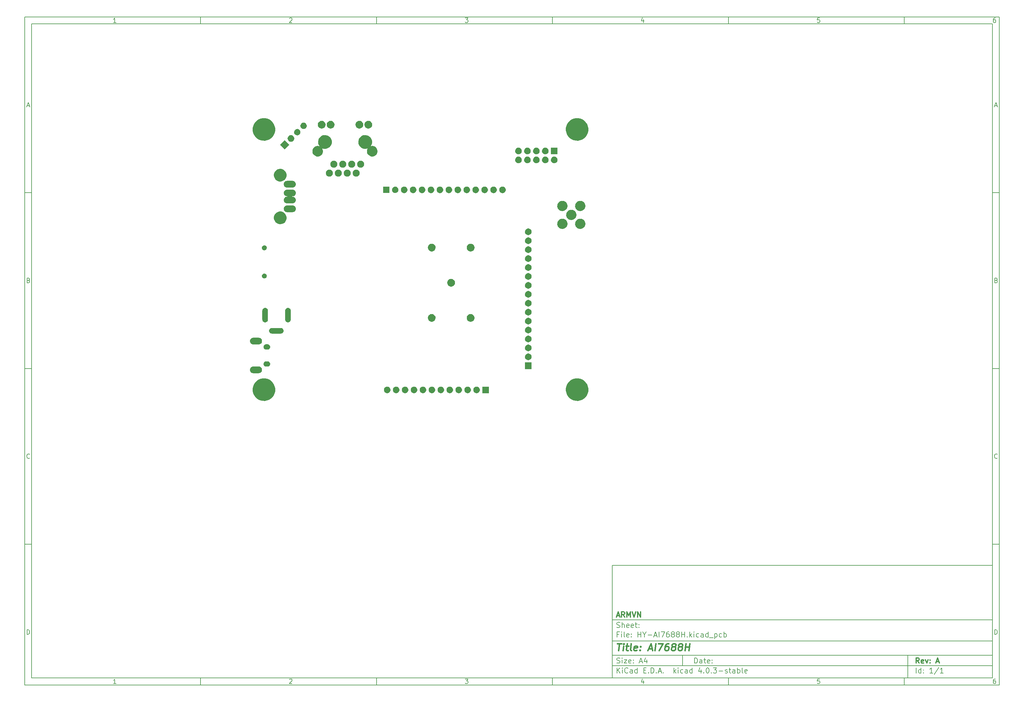
<source format=gbs>
G04 #@! TF.FileFunction,Soldermask,Bot*
%FSLAX46Y46*%
G04 Gerber Fmt 4.6, Leading zero omitted, Abs format (unit mm)*
G04 Created by KiCad (PCBNEW 4.0.3-stable) date 11/15/16 10:24:21*
%MOMM*%
%LPD*%
G01*
G04 APERTURE LIST*
%ADD10C,0.100000*%
%ADD11C,0.150000*%
%ADD12C,0.300000*%
%ADD13C,0.400000*%
G04 APERTURE END LIST*
D10*
D11*
X177002200Y-166007200D02*
X177002200Y-198007200D01*
X285002200Y-198007200D01*
X285002200Y-166007200D01*
X177002200Y-166007200D01*
D10*
D11*
X10000000Y-10000000D02*
X10000000Y-200007200D01*
X287002200Y-200007200D01*
X287002200Y-10000000D01*
X10000000Y-10000000D01*
D10*
D11*
X12000000Y-12000000D02*
X12000000Y-198007200D01*
X285002200Y-198007200D01*
X285002200Y-12000000D01*
X12000000Y-12000000D01*
D10*
D11*
X60000000Y-12000000D02*
X60000000Y-10000000D01*
D10*
D11*
X110000000Y-12000000D02*
X110000000Y-10000000D01*
D10*
D11*
X160000000Y-12000000D02*
X160000000Y-10000000D01*
D10*
D11*
X210000000Y-12000000D02*
X210000000Y-10000000D01*
D10*
D11*
X260000000Y-12000000D02*
X260000000Y-10000000D01*
D10*
D11*
X35990476Y-11588095D02*
X35247619Y-11588095D01*
X35619048Y-11588095D02*
X35619048Y-10288095D01*
X35495238Y-10473810D01*
X35371429Y-10597619D01*
X35247619Y-10659524D01*
D10*
D11*
X85247619Y-10411905D02*
X85309524Y-10350000D01*
X85433333Y-10288095D01*
X85742857Y-10288095D01*
X85866667Y-10350000D01*
X85928571Y-10411905D01*
X85990476Y-10535714D01*
X85990476Y-10659524D01*
X85928571Y-10845238D01*
X85185714Y-11588095D01*
X85990476Y-11588095D01*
D10*
D11*
X135185714Y-10288095D02*
X135990476Y-10288095D01*
X135557143Y-10783333D01*
X135742857Y-10783333D01*
X135866667Y-10845238D01*
X135928571Y-10907143D01*
X135990476Y-11030952D01*
X135990476Y-11340476D01*
X135928571Y-11464286D01*
X135866667Y-11526190D01*
X135742857Y-11588095D01*
X135371429Y-11588095D01*
X135247619Y-11526190D01*
X135185714Y-11464286D01*
D10*
D11*
X185866667Y-10721429D02*
X185866667Y-11588095D01*
X185557143Y-10226190D02*
X185247619Y-11154762D01*
X186052381Y-11154762D01*
D10*
D11*
X235928571Y-10288095D02*
X235309524Y-10288095D01*
X235247619Y-10907143D01*
X235309524Y-10845238D01*
X235433333Y-10783333D01*
X235742857Y-10783333D01*
X235866667Y-10845238D01*
X235928571Y-10907143D01*
X235990476Y-11030952D01*
X235990476Y-11340476D01*
X235928571Y-11464286D01*
X235866667Y-11526190D01*
X235742857Y-11588095D01*
X235433333Y-11588095D01*
X235309524Y-11526190D01*
X235247619Y-11464286D01*
D10*
D11*
X285866667Y-10288095D02*
X285619048Y-10288095D01*
X285495238Y-10350000D01*
X285433333Y-10411905D01*
X285309524Y-10597619D01*
X285247619Y-10845238D01*
X285247619Y-11340476D01*
X285309524Y-11464286D01*
X285371429Y-11526190D01*
X285495238Y-11588095D01*
X285742857Y-11588095D01*
X285866667Y-11526190D01*
X285928571Y-11464286D01*
X285990476Y-11340476D01*
X285990476Y-11030952D01*
X285928571Y-10907143D01*
X285866667Y-10845238D01*
X285742857Y-10783333D01*
X285495238Y-10783333D01*
X285371429Y-10845238D01*
X285309524Y-10907143D01*
X285247619Y-11030952D01*
D10*
D11*
X60000000Y-198007200D02*
X60000000Y-200007200D01*
D10*
D11*
X110000000Y-198007200D02*
X110000000Y-200007200D01*
D10*
D11*
X160000000Y-198007200D02*
X160000000Y-200007200D01*
D10*
D11*
X210000000Y-198007200D02*
X210000000Y-200007200D01*
D10*
D11*
X260000000Y-198007200D02*
X260000000Y-200007200D01*
D10*
D11*
X35990476Y-199595295D02*
X35247619Y-199595295D01*
X35619048Y-199595295D02*
X35619048Y-198295295D01*
X35495238Y-198481010D01*
X35371429Y-198604819D01*
X35247619Y-198666724D01*
D10*
D11*
X85247619Y-198419105D02*
X85309524Y-198357200D01*
X85433333Y-198295295D01*
X85742857Y-198295295D01*
X85866667Y-198357200D01*
X85928571Y-198419105D01*
X85990476Y-198542914D01*
X85990476Y-198666724D01*
X85928571Y-198852438D01*
X85185714Y-199595295D01*
X85990476Y-199595295D01*
D10*
D11*
X135185714Y-198295295D02*
X135990476Y-198295295D01*
X135557143Y-198790533D01*
X135742857Y-198790533D01*
X135866667Y-198852438D01*
X135928571Y-198914343D01*
X135990476Y-199038152D01*
X135990476Y-199347676D01*
X135928571Y-199471486D01*
X135866667Y-199533390D01*
X135742857Y-199595295D01*
X135371429Y-199595295D01*
X135247619Y-199533390D01*
X135185714Y-199471486D01*
D10*
D11*
X185866667Y-198728629D02*
X185866667Y-199595295D01*
X185557143Y-198233390D02*
X185247619Y-199161962D01*
X186052381Y-199161962D01*
D10*
D11*
X235928571Y-198295295D02*
X235309524Y-198295295D01*
X235247619Y-198914343D01*
X235309524Y-198852438D01*
X235433333Y-198790533D01*
X235742857Y-198790533D01*
X235866667Y-198852438D01*
X235928571Y-198914343D01*
X235990476Y-199038152D01*
X235990476Y-199347676D01*
X235928571Y-199471486D01*
X235866667Y-199533390D01*
X235742857Y-199595295D01*
X235433333Y-199595295D01*
X235309524Y-199533390D01*
X235247619Y-199471486D01*
D10*
D11*
X285866667Y-198295295D02*
X285619048Y-198295295D01*
X285495238Y-198357200D01*
X285433333Y-198419105D01*
X285309524Y-198604819D01*
X285247619Y-198852438D01*
X285247619Y-199347676D01*
X285309524Y-199471486D01*
X285371429Y-199533390D01*
X285495238Y-199595295D01*
X285742857Y-199595295D01*
X285866667Y-199533390D01*
X285928571Y-199471486D01*
X285990476Y-199347676D01*
X285990476Y-199038152D01*
X285928571Y-198914343D01*
X285866667Y-198852438D01*
X285742857Y-198790533D01*
X285495238Y-198790533D01*
X285371429Y-198852438D01*
X285309524Y-198914343D01*
X285247619Y-199038152D01*
D10*
D11*
X10000000Y-60000000D02*
X12000000Y-60000000D01*
D10*
D11*
X10000000Y-110000000D02*
X12000000Y-110000000D01*
D10*
D11*
X10000000Y-160000000D02*
X12000000Y-160000000D01*
D10*
D11*
X10690476Y-35216667D02*
X11309524Y-35216667D01*
X10566667Y-35588095D02*
X11000000Y-34288095D01*
X11433333Y-35588095D01*
D10*
D11*
X11092857Y-84907143D02*
X11278571Y-84969048D01*
X11340476Y-85030952D01*
X11402381Y-85154762D01*
X11402381Y-85340476D01*
X11340476Y-85464286D01*
X11278571Y-85526190D01*
X11154762Y-85588095D01*
X10659524Y-85588095D01*
X10659524Y-84288095D01*
X11092857Y-84288095D01*
X11216667Y-84350000D01*
X11278571Y-84411905D01*
X11340476Y-84535714D01*
X11340476Y-84659524D01*
X11278571Y-84783333D01*
X11216667Y-84845238D01*
X11092857Y-84907143D01*
X10659524Y-84907143D01*
D10*
D11*
X11402381Y-135464286D02*
X11340476Y-135526190D01*
X11154762Y-135588095D01*
X11030952Y-135588095D01*
X10845238Y-135526190D01*
X10721429Y-135402381D01*
X10659524Y-135278571D01*
X10597619Y-135030952D01*
X10597619Y-134845238D01*
X10659524Y-134597619D01*
X10721429Y-134473810D01*
X10845238Y-134350000D01*
X11030952Y-134288095D01*
X11154762Y-134288095D01*
X11340476Y-134350000D01*
X11402381Y-134411905D01*
D10*
D11*
X10659524Y-185588095D02*
X10659524Y-184288095D01*
X10969048Y-184288095D01*
X11154762Y-184350000D01*
X11278571Y-184473810D01*
X11340476Y-184597619D01*
X11402381Y-184845238D01*
X11402381Y-185030952D01*
X11340476Y-185278571D01*
X11278571Y-185402381D01*
X11154762Y-185526190D01*
X10969048Y-185588095D01*
X10659524Y-185588095D01*
D10*
D11*
X287002200Y-60000000D02*
X285002200Y-60000000D01*
D10*
D11*
X287002200Y-110000000D02*
X285002200Y-110000000D01*
D10*
D11*
X287002200Y-160000000D02*
X285002200Y-160000000D01*
D10*
D11*
X285692676Y-35216667D02*
X286311724Y-35216667D01*
X285568867Y-35588095D02*
X286002200Y-34288095D01*
X286435533Y-35588095D01*
D10*
D11*
X286095057Y-84907143D02*
X286280771Y-84969048D01*
X286342676Y-85030952D01*
X286404581Y-85154762D01*
X286404581Y-85340476D01*
X286342676Y-85464286D01*
X286280771Y-85526190D01*
X286156962Y-85588095D01*
X285661724Y-85588095D01*
X285661724Y-84288095D01*
X286095057Y-84288095D01*
X286218867Y-84350000D01*
X286280771Y-84411905D01*
X286342676Y-84535714D01*
X286342676Y-84659524D01*
X286280771Y-84783333D01*
X286218867Y-84845238D01*
X286095057Y-84907143D01*
X285661724Y-84907143D01*
D10*
D11*
X286404581Y-135464286D02*
X286342676Y-135526190D01*
X286156962Y-135588095D01*
X286033152Y-135588095D01*
X285847438Y-135526190D01*
X285723629Y-135402381D01*
X285661724Y-135278571D01*
X285599819Y-135030952D01*
X285599819Y-134845238D01*
X285661724Y-134597619D01*
X285723629Y-134473810D01*
X285847438Y-134350000D01*
X286033152Y-134288095D01*
X286156962Y-134288095D01*
X286342676Y-134350000D01*
X286404581Y-134411905D01*
D10*
D11*
X285661724Y-185588095D02*
X285661724Y-184288095D01*
X285971248Y-184288095D01*
X286156962Y-184350000D01*
X286280771Y-184473810D01*
X286342676Y-184597619D01*
X286404581Y-184845238D01*
X286404581Y-185030952D01*
X286342676Y-185278571D01*
X286280771Y-185402381D01*
X286156962Y-185526190D01*
X285971248Y-185588095D01*
X285661724Y-185588095D01*
D10*
D11*
X200359343Y-193785771D02*
X200359343Y-192285771D01*
X200716486Y-192285771D01*
X200930771Y-192357200D01*
X201073629Y-192500057D01*
X201145057Y-192642914D01*
X201216486Y-192928629D01*
X201216486Y-193142914D01*
X201145057Y-193428629D01*
X201073629Y-193571486D01*
X200930771Y-193714343D01*
X200716486Y-193785771D01*
X200359343Y-193785771D01*
X202502200Y-193785771D02*
X202502200Y-193000057D01*
X202430771Y-192857200D01*
X202287914Y-192785771D01*
X202002200Y-192785771D01*
X201859343Y-192857200D01*
X202502200Y-193714343D02*
X202359343Y-193785771D01*
X202002200Y-193785771D01*
X201859343Y-193714343D01*
X201787914Y-193571486D01*
X201787914Y-193428629D01*
X201859343Y-193285771D01*
X202002200Y-193214343D01*
X202359343Y-193214343D01*
X202502200Y-193142914D01*
X203002200Y-192785771D02*
X203573629Y-192785771D01*
X203216486Y-192285771D02*
X203216486Y-193571486D01*
X203287914Y-193714343D01*
X203430772Y-193785771D01*
X203573629Y-193785771D01*
X204645057Y-193714343D02*
X204502200Y-193785771D01*
X204216486Y-193785771D01*
X204073629Y-193714343D01*
X204002200Y-193571486D01*
X204002200Y-193000057D01*
X204073629Y-192857200D01*
X204216486Y-192785771D01*
X204502200Y-192785771D01*
X204645057Y-192857200D01*
X204716486Y-193000057D01*
X204716486Y-193142914D01*
X204002200Y-193285771D01*
X205359343Y-193642914D02*
X205430771Y-193714343D01*
X205359343Y-193785771D01*
X205287914Y-193714343D01*
X205359343Y-193642914D01*
X205359343Y-193785771D01*
X205359343Y-192857200D02*
X205430771Y-192928629D01*
X205359343Y-193000057D01*
X205287914Y-192928629D01*
X205359343Y-192857200D01*
X205359343Y-193000057D01*
D10*
D11*
X177002200Y-194507200D02*
X285002200Y-194507200D01*
D10*
D11*
X178359343Y-196585771D02*
X178359343Y-195085771D01*
X179216486Y-196585771D02*
X178573629Y-195728629D01*
X179216486Y-195085771D02*
X178359343Y-195942914D01*
X179859343Y-196585771D02*
X179859343Y-195585771D01*
X179859343Y-195085771D02*
X179787914Y-195157200D01*
X179859343Y-195228629D01*
X179930771Y-195157200D01*
X179859343Y-195085771D01*
X179859343Y-195228629D01*
X181430772Y-196442914D02*
X181359343Y-196514343D01*
X181145057Y-196585771D01*
X181002200Y-196585771D01*
X180787915Y-196514343D01*
X180645057Y-196371486D01*
X180573629Y-196228629D01*
X180502200Y-195942914D01*
X180502200Y-195728629D01*
X180573629Y-195442914D01*
X180645057Y-195300057D01*
X180787915Y-195157200D01*
X181002200Y-195085771D01*
X181145057Y-195085771D01*
X181359343Y-195157200D01*
X181430772Y-195228629D01*
X182716486Y-196585771D02*
X182716486Y-195800057D01*
X182645057Y-195657200D01*
X182502200Y-195585771D01*
X182216486Y-195585771D01*
X182073629Y-195657200D01*
X182716486Y-196514343D02*
X182573629Y-196585771D01*
X182216486Y-196585771D01*
X182073629Y-196514343D01*
X182002200Y-196371486D01*
X182002200Y-196228629D01*
X182073629Y-196085771D01*
X182216486Y-196014343D01*
X182573629Y-196014343D01*
X182716486Y-195942914D01*
X184073629Y-196585771D02*
X184073629Y-195085771D01*
X184073629Y-196514343D02*
X183930772Y-196585771D01*
X183645058Y-196585771D01*
X183502200Y-196514343D01*
X183430772Y-196442914D01*
X183359343Y-196300057D01*
X183359343Y-195871486D01*
X183430772Y-195728629D01*
X183502200Y-195657200D01*
X183645058Y-195585771D01*
X183930772Y-195585771D01*
X184073629Y-195657200D01*
X185930772Y-195800057D02*
X186430772Y-195800057D01*
X186645058Y-196585771D02*
X185930772Y-196585771D01*
X185930772Y-195085771D01*
X186645058Y-195085771D01*
X187287915Y-196442914D02*
X187359343Y-196514343D01*
X187287915Y-196585771D01*
X187216486Y-196514343D01*
X187287915Y-196442914D01*
X187287915Y-196585771D01*
X188002201Y-196585771D02*
X188002201Y-195085771D01*
X188359344Y-195085771D01*
X188573629Y-195157200D01*
X188716487Y-195300057D01*
X188787915Y-195442914D01*
X188859344Y-195728629D01*
X188859344Y-195942914D01*
X188787915Y-196228629D01*
X188716487Y-196371486D01*
X188573629Y-196514343D01*
X188359344Y-196585771D01*
X188002201Y-196585771D01*
X189502201Y-196442914D02*
X189573629Y-196514343D01*
X189502201Y-196585771D01*
X189430772Y-196514343D01*
X189502201Y-196442914D01*
X189502201Y-196585771D01*
X190145058Y-196157200D02*
X190859344Y-196157200D01*
X190002201Y-196585771D02*
X190502201Y-195085771D01*
X191002201Y-196585771D01*
X191502201Y-196442914D02*
X191573629Y-196514343D01*
X191502201Y-196585771D01*
X191430772Y-196514343D01*
X191502201Y-196442914D01*
X191502201Y-196585771D01*
X194502201Y-196585771D02*
X194502201Y-195085771D01*
X194645058Y-196014343D02*
X195073629Y-196585771D01*
X195073629Y-195585771D02*
X194502201Y-196157200D01*
X195716487Y-196585771D02*
X195716487Y-195585771D01*
X195716487Y-195085771D02*
X195645058Y-195157200D01*
X195716487Y-195228629D01*
X195787915Y-195157200D01*
X195716487Y-195085771D01*
X195716487Y-195228629D01*
X197073630Y-196514343D02*
X196930773Y-196585771D01*
X196645059Y-196585771D01*
X196502201Y-196514343D01*
X196430773Y-196442914D01*
X196359344Y-196300057D01*
X196359344Y-195871486D01*
X196430773Y-195728629D01*
X196502201Y-195657200D01*
X196645059Y-195585771D01*
X196930773Y-195585771D01*
X197073630Y-195657200D01*
X198359344Y-196585771D02*
X198359344Y-195800057D01*
X198287915Y-195657200D01*
X198145058Y-195585771D01*
X197859344Y-195585771D01*
X197716487Y-195657200D01*
X198359344Y-196514343D02*
X198216487Y-196585771D01*
X197859344Y-196585771D01*
X197716487Y-196514343D01*
X197645058Y-196371486D01*
X197645058Y-196228629D01*
X197716487Y-196085771D01*
X197859344Y-196014343D01*
X198216487Y-196014343D01*
X198359344Y-195942914D01*
X199716487Y-196585771D02*
X199716487Y-195085771D01*
X199716487Y-196514343D02*
X199573630Y-196585771D01*
X199287916Y-196585771D01*
X199145058Y-196514343D01*
X199073630Y-196442914D01*
X199002201Y-196300057D01*
X199002201Y-195871486D01*
X199073630Y-195728629D01*
X199145058Y-195657200D01*
X199287916Y-195585771D01*
X199573630Y-195585771D01*
X199716487Y-195657200D01*
X202216487Y-195585771D02*
X202216487Y-196585771D01*
X201859344Y-195014343D02*
X201502201Y-196085771D01*
X202430773Y-196085771D01*
X203002201Y-196442914D02*
X203073629Y-196514343D01*
X203002201Y-196585771D01*
X202930772Y-196514343D01*
X203002201Y-196442914D01*
X203002201Y-196585771D01*
X204002201Y-195085771D02*
X204145058Y-195085771D01*
X204287915Y-195157200D01*
X204359344Y-195228629D01*
X204430773Y-195371486D01*
X204502201Y-195657200D01*
X204502201Y-196014343D01*
X204430773Y-196300057D01*
X204359344Y-196442914D01*
X204287915Y-196514343D01*
X204145058Y-196585771D01*
X204002201Y-196585771D01*
X203859344Y-196514343D01*
X203787915Y-196442914D01*
X203716487Y-196300057D01*
X203645058Y-196014343D01*
X203645058Y-195657200D01*
X203716487Y-195371486D01*
X203787915Y-195228629D01*
X203859344Y-195157200D01*
X204002201Y-195085771D01*
X205145058Y-196442914D02*
X205216486Y-196514343D01*
X205145058Y-196585771D01*
X205073629Y-196514343D01*
X205145058Y-196442914D01*
X205145058Y-196585771D01*
X205716487Y-195085771D02*
X206645058Y-195085771D01*
X206145058Y-195657200D01*
X206359344Y-195657200D01*
X206502201Y-195728629D01*
X206573630Y-195800057D01*
X206645058Y-195942914D01*
X206645058Y-196300057D01*
X206573630Y-196442914D01*
X206502201Y-196514343D01*
X206359344Y-196585771D01*
X205930772Y-196585771D01*
X205787915Y-196514343D01*
X205716487Y-196442914D01*
X207287915Y-196014343D02*
X208430772Y-196014343D01*
X209073629Y-196514343D02*
X209216486Y-196585771D01*
X209502201Y-196585771D01*
X209645058Y-196514343D01*
X209716486Y-196371486D01*
X209716486Y-196300057D01*
X209645058Y-196157200D01*
X209502201Y-196085771D01*
X209287915Y-196085771D01*
X209145058Y-196014343D01*
X209073629Y-195871486D01*
X209073629Y-195800057D01*
X209145058Y-195657200D01*
X209287915Y-195585771D01*
X209502201Y-195585771D01*
X209645058Y-195657200D01*
X210145058Y-195585771D02*
X210716487Y-195585771D01*
X210359344Y-195085771D02*
X210359344Y-196371486D01*
X210430772Y-196514343D01*
X210573630Y-196585771D01*
X210716487Y-196585771D01*
X211859344Y-196585771D02*
X211859344Y-195800057D01*
X211787915Y-195657200D01*
X211645058Y-195585771D01*
X211359344Y-195585771D01*
X211216487Y-195657200D01*
X211859344Y-196514343D02*
X211716487Y-196585771D01*
X211359344Y-196585771D01*
X211216487Y-196514343D01*
X211145058Y-196371486D01*
X211145058Y-196228629D01*
X211216487Y-196085771D01*
X211359344Y-196014343D01*
X211716487Y-196014343D01*
X211859344Y-195942914D01*
X212573630Y-196585771D02*
X212573630Y-195085771D01*
X212573630Y-195657200D02*
X212716487Y-195585771D01*
X213002201Y-195585771D01*
X213145058Y-195657200D01*
X213216487Y-195728629D01*
X213287916Y-195871486D01*
X213287916Y-196300057D01*
X213216487Y-196442914D01*
X213145058Y-196514343D01*
X213002201Y-196585771D01*
X212716487Y-196585771D01*
X212573630Y-196514343D01*
X214145059Y-196585771D02*
X214002201Y-196514343D01*
X213930773Y-196371486D01*
X213930773Y-195085771D01*
X215287915Y-196514343D02*
X215145058Y-196585771D01*
X214859344Y-196585771D01*
X214716487Y-196514343D01*
X214645058Y-196371486D01*
X214645058Y-195800057D01*
X214716487Y-195657200D01*
X214859344Y-195585771D01*
X215145058Y-195585771D01*
X215287915Y-195657200D01*
X215359344Y-195800057D01*
X215359344Y-195942914D01*
X214645058Y-196085771D01*
D10*
D11*
X177002200Y-191507200D02*
X285002200Y-191507200D01*
D10*
D12*
X264216486Y-193785771D02*
X263716486Y-193071486D01*
X263359343Y-193785771D02*
X263359343Y-192285771D01*
X263930771Y-192285771D01*
X264073629Y-192357200D01*
X264145057Y-192428629D01*
X264216486Y-192571486D01*
X264216486Y-192785771D01*
X264145057Y-192928629D01*
X264073629Y-193000057D01*
X263930771Y-193071486D01*
X263359343Y-193071486D01*
X265430771Y-193714343D02*
X265287914Y-193785771D01*
X265002200Y-193785771D01*
X264859343Y-193714343D01*
X264787914Y-193571486D01*
X264787914Y-193000057D01*
X264859343Y-192857200D01*
X265002200Y-192785771D01*
X265287914Y-192785771D01*
X265430771Y-192857200D01*
X265502200Y-193000057D01*
X265502200Y-193142914D01*
X264787914Y-193285771D01*
X266002200Y-192785771D02*
X266359343Y-193785771D01*
X266716485Y-192785771D01*
X267287914Y-193642914D02*
X267359342Y-193714343D01*
X267287914Y-193785771D01*
X267216485Y-193714343D01*
X267287914Y-193642914D01*
X267287914Y-193785771D01*
X267287914Y-192857200D02*
X267359342Y-192928629D01*
X267287914Y-193000057D01*
X267216485Y-192928629D01*
X267287914Y-192857200D01*
X267287914Y-193000057D01*
X269073628Y-193357200D02*
X269787914Y-193357200D01*
X268930771Y-193785771D02*
X269430771Y-192285771D01*
X269930771Y-193785771D01*
D10*
D11*
X178287914Y-193714343D02*
X178502200Y-193785771D01*
X178859343Y-193785771D01*
X179002200Y-193714343D01*
X179073629Y-193642914D01*
X179145057Y-193500057D01*
X179145057Y-193357200D01*
X179073629Y-193214343D01*
X179002200Y-193142914D01*
X178859343Y-193071486D01*
X178573629Y-193000057D01*
X178430771Y-192928629D01*
X178359343Y-192857200D01*
X178287914Y-192714343D01*
X178287914Y-192571486D01*
X178359343Y-192428629D01*
X178430771Y-192357200D01*
X178573629Y-192285771D01*
X178930771Y-192285771D01*
X179145057Y-192357200D01*
X179787914Y-193785771D02*
X179787914Y-192785771D01*
X179787914Y-192285771D02*
X179716485Y-192357200D01*
X179787914Y-192428629D01*
X179859342Y-192357200D01*
X179787914Y-192285771D01*
X179787914Y-192428629D01*
X180359343Y-192785771D02*
X181145057Y-192785771D01*
X180359343Y-193785771D01*
X181145057Y-193785771D01*
X182287914Y-193714343D02*
X182145057Y-193785771D01*
X181859343Y-193785771D01*
X181716486Y-193714343D01*
X181645057Y-193571486D01*
X181645057Y-193000057D01*
X181716486Y-192857200D01*
X181859343Y-192785771D01*
X182145057Y-192785771D01*
X182287914Y-192857200D01*
X182359343Y-193000057D01*
X182359343Y-193142914D01*
X181645057Y-193285771D01*
X183002200Y-193642914D02*
X183073628Y-193714343D01*
X183002200Y-193785771D01*
X182930771Y-193714343D01*
X183002200Y-193642914D01*
X183002200Y-193785771D01*
X183002200Y-192857200D02*
X183073628Y-192928629D01*
X183002200Y-193000057D01*
X182930771Y-192928629D01*
X183002200Y-192857200D01*
X183002200Y-193000057D01*
X184787914Y-193357200D02*
X185502200Y-193357200D01*
X184645057Y-193785771D02*
X185145057Y-192285771D01*
X185645057Y-193785771D01*
X186787914Y-192785771D02*
X186787914Y-193785771D01*
X186430771Y-192214343D02*
X186073628Y-193285771D01*
X187002200Y-193285771D01*
D10*
D11*
X263359343Y-196585771D02*
X263359343Y-195085771D01*
X264716486Y-196585771D02*
X264716486Y-195085771D01*
X264716486Y-196514343D02*
X264573629Y-196585771D01*
X264287915Y-196585771D01*
X264145057Y-196514343D01*
X264073629Y-196442914D01*
X264002200Y-196300057D01*
X264002200Y-195871486D01*
X264073629Y-195728629D01*
X264145057Y-195657200D01*
X264287915Y-195585771D01*
X264573629Y-195585771D01*
X264716486Y-195657200D01*
X265430772Y-196442914D02*
X265502200Y-196514343D01*
X265430772Y-196585771D01*
X265359343Y-196514343D01*
X265430772Y-196442914D01*
X265430772Y-196585771D01*
X265430772Y-195657200D02*
X265502200Y-195728629D01*
X265430772Y-195800057D01*
X265359343Y-195728629D01*
X265430772Y-195657200D01*
X265430772Y-195800057D01*
X268073629Y-196585771D02*
X267216486Y-196585771D01*
X267645058Y-196585771D02*
X267645058Y-195085771D01*
X267502201Y-195300057D01*
X267359343Y-195442914D01*
X267216486Y-195514343D01*
X269787914Y-195014343D02*
X268502200Y-196942914D01*
X271073629Y-196585771D02*
X270216486Y-196585771D01*
X270645058Y-196585771D02*
X270645058Y-195085771D01*
X270502201Y-195300057D01*
X270359343Y-195442914D01*
X270216486Y-195514343D01*
D10*
D11*
X177002200Y-187507200D02*
X285002200Y-187507200D01*
D10*
D13*
X178454581Y-188211962D02*
X179597438Y-188211962D01*
X178776010Y-190211962D02*
X179026010Y-188211962D01*
X180014105Y-190211962D02*
X180180771Y-188878629D01*
X180264105Y-188211962D02*
X180156962Y-188307200D01*
X180240295Y-188402438D01*
X180347439Y-188307200D01*
X180264105Y-188211962D01*
X180240295Y-188402438D01*
X180847438Y-188878629D02*
X181609343Y-188878629D01*
X181216486Y-188211962D02*
X181002200Y-189926248D01*
X181073630Y-190116724D01*
X181252201Y-190211962D01*
X181442677Y-190211962D01*
X182395058Y-190211962D02*
X182216487Y-190116724D01*
X182145057Y-189926248D01*
X182359343Y-188211962D01*
X183930772Y-190116724D02*
X183728391Y-190211962D01*
X183347439Y-190211962D01*
X183168867Y-190116724D01*
X183097438Y-189926248D01*
X183192676Y-189164343D01*
X183311724Y-188973867D01*
X183514105Y-188878629D01*
X183895057Y-188878629D01*
X184073629Y-188973867D01*
X184145057Y-189164343D01*
X184121248Y-189354819D01*
X183145057Y-189545295D01*
X184895057Y-190021486D02*
X184978392Y-190116724D01*
X184871248Y-190211962D01*
X184787915Y-190116724D01*
X184895057Y-190021486D01*
X184871248Y-190211962D01*
X185026010Y-188973867D02*
X185109344Y-189069105D01*
X185002200Y-189164343D01*
X184918867Y-189069105D01*
X185026010Y-188973867D01*
X185002200Y-189164343D01*
X187323629Y-189640533D02*
X188276010Y-189640533D01*
X187061725Y-190211962D02*
X187978392Y-188211962D01*
X188395059Y-190211962D01*
X189061725Y-190211962D02*
X189311725Y-188211962D01*
X190073630Y-188211962D02*
X191406964Y-188211962D01*
X190299821Y-190211962D01*
X193026011Y-188211962D02*
X192645059Y-188211962D01*
X192442678Y-188307200D01*
X192335535Y-188402438D01*
X192109344Y-188688152D01*
X191966487Y-189069105D01*
X191871249Y-189831010D01*
X191942677Y-190021486D01*
X192026012Y-190116724D01*
X192204583Y-190211962D01*
X192585535Y-190211962D01*
X192787916Y-190116724D01*
X192895058Y-190021486D01*
X193014107Y-189831010D01*
X193073631Y-189354819D01*
X193002201Y-189164343D01*
X192918868Y-189069105D01*
X192740297Y-188973867D01*
X192359345Y-188973867D01*
X192156964Y-189069105D01*
X192049820Y-189164343D01*
X191930773Y-189354819D01*
X194252202Y-189069105D02*
X194073631Y-188973867D01*
X193990296Y-188878629D01*
X193918868Y-188688152D01*
X193930773Y-188592914D01*
X194049820Y-188402438D01*
X194156964Y-188307200D01*
X194359345Y-188211962D01*
X194740297Y-188211962D01*
X194918868Y-188307200D01*
X195002201Y-188402438D01*
X195073631Y-188592914D01*
X195061726Y-188688152D01*
X194942677Y-188878629D01*
X194835535Y-188973867D01*
X194633154Y-189069105D01*
X194252202Y-189069105D01*
X194049821Y-189164343D01*
X193942677Y-189259581D01*
X193823630Y-189450057D01*
X193776011Y-189831010D01*
X193847439Y-190021486D01*
X193930774Y-190116724D01*
X194109345Y-190211962D01*
X194490297Y-190211962D01*
X194692678Y-190116724D01*
X194799820Y-190021486D01*
X194918869Y-189831010D01*
X194966488Y-189450057D01*
X194895058Y-189259581D01*
X194811725Y-189164343D01*
X194633154Y-189069105D01*
X196156964Y-189069105D02*
X195978393Y-188973867D01*
X195895058Y-188878629D01*
X195823630Y-188688152D01*
X195835535Y-188592914D01*
X195954582Y-188402438D01*
X196061726Y-188307200D01*
X196264107Y-188211962D01*
X196645059Y-188211962D01*
X196823630Y-188307200D01*
X196906963Y-188402438D01*
X196978393Y-188592914D01*
X196966488Y-188688152D01*
X196847439Y-188878629D01*
X196740297Y-188973867D01*
X196537916Y-189069105D01*
X196156964Y-189069105D01*
X195954583Y-189164343D01*
X195847439Y-189259581D01*
X195728392Y-189450057D01*
X195680773Y-189831010D01*
X195752201Y-190021486D01*
X195835536Y-190116724D01*
X196014107Y-190211962D01*
X196395059Y-190211962D01*
X196597440Y-190116724D01*
X196704582Y-190021486D01*
X196823631Y-189831010D01*
X196871250Y-189450057D01*
X196799820Y-189259581D01*
X196716487Y-189164343D01*
X196537916Y-189069105D01*
X197633154Y-190211962D02*
X197883154Y-188211962D01*
X197764106Y-189164343D02*
X198906964Y-189164343D01*
X198776012Y-190211962D02*
X199026012Y-188211962D01*
D10*
D11*
X178859343Y-185600057D02*
X178359343Y-185600057D01*
X178359343Y-186385771D02*
X178359343Y-184885771D01*
X179073629Y-184885771D01*
X179645057Y-186385771D02*
X179645057Y-185385771D01*
X179645057Y-184885771D02*
X179573628Y-184957200D01*
X179645057Y-185028629D01*
X179716485Y-184957200D01*
X179645057Y-184885771D01*
X179645057Y-185028629D01*
X180573629Y-186385771D02*
X180430771Y-186314343D01*
X180359343Y-186171486D01*
X180359343Y-184885771D01*
X181716485Y-186314343D02*
X181573628Y-186385771D01*
X181287914Y-186385771D01*
X181145057Y-186314343D01*
X181073628Y-186171486D01*
X181073628Y-185600057D01*
X181145057Y-185457200D01*
X181287914Y-185385771D01*
X181573628Y-185385771D01*
X181716485Y-185457200D01*
X181787914Y-185600057D01*
X181787914Y-185742914D01*
X181073628Y-185885771D01*
X182430771Y-186242914D02*
X182502199Y-186314343D01*
X182430771Y-186385771D01*
X182359342Y-186314343D01*
X182430771Y-186242914D01*
X182430771Y-186385771D01*
X182430771Y-185457200D02*
X182502199Y-185528629D01*
X182430771Y-185600057D01*
X182359342Y-185528629D01*
X182430771Y-185457200D01*
X182430771Y-185600057D01*
X184287914Y-186385771D02*
X184287914Y-184885771D01*
X184287914Y-185600057D02*
X185145057Y-185600057D01*
X185145057Y-186385771D02*
X185145057Y-184885771D01*
X186145057Y-185671486D02*
X186145057Y-186385771D01*
X185645057Y-184885771D02*
X186145057Y-185671486D01*
X186645057Y-184885771D01*
X187145057Y-185814343D02*
X188287914Y-185814343D01*
X188930771Y-185957200D02*
X189645057Y-185957200D01*
X188787914Y-186385771D02*
X189287914Y-184885771D01*
X189787914Y-186385771D01*
X190287914Y-186385771D02*
X190287914Y-184885771D01*
X190859343Y-184885771D02*
X191859343Y-184885771D01*
X191216486Y-186385771D01*
X193073628Y-184885771D02*
X192787914Y-184885771D01*
X192645057Y-184957200D01*
X192573628Y-185028629D01*
X192430771Y-185242914D01*
X192359342Y-185528629D01*
X192359342Y-186100057D01*
X192430771Y-186242914D01*
X192502199Y-186314343D01*
X192645057Y-186385771D01*
X192930771Y-186385771D01*
X193073628Y-186314343D01*
X193145057Y-186242914D01*
X193216485Y-186100057D01*
X193216485Y-185742914D01*
X193145057Y-185600057D01*
X193073628Y-185528629D01*
X192930771Y-185457200D01*
X192645057Y-185457200D01*
X192502199Y-185528629D01*
X192430771Y-185600057D01*
X192359342Y-185742914D01*
X194073628Y-185528629D02*
X193930770Y-185457200D01*
X193859342Y-185385771D01*
X193787913Y-185242914D01*
X193787913Y-185171486D01*
X193859342Y-185028629D01*
X193930770Y-184957200D01*
X194073628Y-184885771D01*
X194359342Y-184885771D01*
X194502199Y-184957200D01*
X194573628Y-185028629D01*
X194645056Y-185171486D01*
X194645056Y-185242914D01*
X194573628Y-185385771D01*
X194502199Y-185457200D01*
X194359342Y-185528629D01*
X194073628Y-185528629D01*
X193930770Y-185600057D01*
X193859342Y-185671486D01*
X193787913Y-185814343D01*
X193787913Y-186100057D01*
X193859342Y-186242914D01*
X193930770Y-186314343D01*
X194073628Y-186385771D01*
X194359342Y-186385771D01*
X194502199Y-186314343D01*
X194573628Y-186242914D01*
X194645056Y-186100057D01*
X194645056Y-185814343D01*
X194573628Y-185671486D01*
X194502199Y-185600057D01*
X194359342Y-185528629D01*
X195502199Y-185528629D02*
X195359341Y-185457200D01*
X195287913Y-185385771D01*
X195216484Y-185242914D01*
X195216484Y-185171486D01*
X195287913Y-185028629D01*
X195359341Y-184957200D01*
X195502199Y-184885771D01*
X195787913Y-184885771D01*
X195930770Y-184957200D01*
X196002199Y-185028629D01*
X196073627Y-185171486D01*
X196073627Y-185242914D01*
X196002199Y-185385771D01*
X195930770Y-185457200D01*
X195787913Y-185528629D01*
X195502199Y-185528629D01*
X195359341Y-185600057D01*
X195287913Y-185671486D01*
X195216484Y-185814343D01*
X195216484Y-186100057D01*
X195287913Y-186242914D01*
X195359341Y-186314343D01*
X195502199Y-186385771D01*
X195787913Y-186385771D01*
X195930770Y-186314343D01*
X196002199Y-186242914D01*
X196073627Y-186100057D01*
X196073627Y-185814343D01*
X196002199Y-185671486D01*
X195930770Y-185600057D01*
X195787913Y-185528629D01*
X196716484Y-186385771D02*
X196716484Y-184885771D01*
X196716484Y-185600057D02*
X197573627Y-185600057D01*
X197573627Y-186385771D02*
X197573627Y-184885771D01*
X198287913Y-186242914D02*
X198359341Y-186314343D01*
X198287913Y-186385771D01*
X198216484Y-186314343D01*
X198287913Y-186242914D01*
X198287913Y-186385771D01*
X199002199Y-186385771D02*
X199002199Y-184885771D01*
X199145056Y-185814343D02*
X199573627Y-186385771D01*
X199573627Y-185385771D02*
X199002199Y-185957200D01*
X200216485Y-186385771D02*
X200216485Y-185385771D01*
X200216485Y-184885771D02*
X200145056Y-184957200D01*
X200216485Y-185028629D01*
X200287913Y-184957200D01*
X200216485Y-184885771D01*
X200216485Y-185028629D01*
X201573628Y-186314343D02*
X201430771Y-186385771D01*
X201145057Y-186385771D01*
X201002199Y-186314343D01*
X200930771Y-186242914D01*
X200859342Y-186100057D01*
X200859342Y-185671486D01*
X200930771Y-185528629D01*
X201002199Y-185457200D01*
X201145057Y-185385771D01*
X201430771Y-185385771D01*
X201573628Y-185457200D01*
X202859342Y-186385771D02*
X202859342Y-185600057D01*
X202787913Y-185457200D01*
X202645056Y-185385771D01*
X202359342Y-185385771D01*
X202216485Y-185457200D01*
X202859342Y-186314343D02*
X202716485Y-186385771D01*
X202359342Y-186385771D01*
X202216485Y-186314343D01*
X202145056Y-186171486D01*
X202145056Y-186028629D01*
X202216485Y-185885771D01*
X202359342Y-185814343D01*
X202716485Y-185814343D01*
X202859342Y-185742914D01*
X204216485Y-186385771D02*
X204216485Y-184885771D01*
X204216485Y-186314343D02*
X204073628Y-186385771D01*
X203787914Y-186385771D01*
X203645056Y-186314343D01*
X203573628Y-186242914D01*
X203502199Y-186100057D01*
X203502199Y-185671486D01*
X203573628Y-185528629D01*
X203645056Y-185457200D01*
X203787914Y-185385771D01*
X204073628Y-185385771D01*
X204216485Y-185457200D01*
X204573628Y-186528629D02*
X205716485Y-186528629D01*
X206073628Y-185385771D02*
X206073628Y-186885771D01*
X206073628Y-185457200D02*
X206216485Y-185385771D01*
X206502199Y-185385771D01*
X206645056Y-185457200D01*
X206716485Y-185528629D01*
X206787914Y-185671486D01*
X206787914Y-186100057D01*
X206716485Y-186242914D01*
X206645056Y-186314343D01*
X206502199Y-186385771D01*
X206216485Y-186385771D01*
X206073628Y-186314343D01*
X208073628Y-186314343D02*
X207930771Y-186385771D01*
X207645057Y-186385771D01*
X207502199Y-186314343D01*
X207430771Y-186242914D01*
X207359342Y-186100057D01*
X207359342Y-185671486D01*
X207430771Y-185528629D01*
X207502199Y-185457200D01*
X207645057Y-185385771D01*
X207930771Y-185385771D01*
X208073628Y-185457200D01*
X208716485Y-186385771D02*
X208716485Y-184885771D01*
X208716485Y-185457200D02*
X208859342Y-185385771D01*
X209145056Y-185385771D01*
X209287913Y-185457200D01*
X209359342Y-185528629D01*
X209430771Y-185671486D01*
X209430771Y-186100057D01*
X209359342Y-186242914D01*
X209287913Y-186314343D01*
X209145056Y-186385771D01*
X208859342Y-186385771D01*
X208716485Y-186314343D01*
D10*
D11*
X177002200Y-181507200D02*
X285002200Y-181507200D01*
D10*
D11*
X178287914Y-183614343D02*
X178502200Y-183685771D01*
X178859343Y-183685771D01*
X179002200Y-183614343D01*
X179073629Y-183542914D01*
X179145057Y-183400057D01*
X179145057Y-183257200D01*
X179073629Y-183114343D01*
X179002200Y-183042914D01*
X178859343Y-182971486D01*
X178573629Y-182900057D01*
X178430771Y-182828629D01*
X178359343Y-182757200D01*
X178287914Y-182614343D01*
X178287914Y-182471486D01*
X178359343Y-182328629D01*
X178430771Y-182257200D01*
X178573629Y-182185771D01*
X178930771Y-182185771D01*
X179145057Y-182257200D01*
X179787914Y-183685771D02*
X179787914Y-182185771D01*
X180430771Y-183685771D02*
X180430771Y-182900057D01*
X180359342Y-182757200D01*
X180216485Y-182685771D01*
X180002200Y-182685771D01*
X179859342Y-182757200D01*
X179787914Y-182828629D01*
X181716485Y-183614343D02*
X181573628Y-183685771D01*
X181287914Y-183685771D01*
X181145057Y-183614343D01*
X181073628Y-183471486D01*
X181073628Y-182900057D01*
X181145057Y-182757200D01*
X181287914Y-182685771D01*
X181573628Y-182685771D01*
X181716485Y-182757200D01*
X181787914Y-182900057D01*
X181787914Y-183042914D01*
X181073628Y-183185771D01*
X183002199Y-183614343D02*
X182859342Y-183685771D01*
X182573628Y-183685771D01*
X182430771Y-183614343D01*
X182359342Y-183471486D01*
X182359342Y-182900057D01*
X182430771Y-182757200D01*
X182573628Y-182685771D01*
X182859342Y-182685771D01*
X183002199Y-182757200D01*
X183073628Y-182900057D01*
X183073628Y-183042914D01*
X182359342Y-183185771D01*
X183502199Y-182685771D02*
X184073628Y-182685771D01*
X183716485Y-182185771D02*
X183716485Y-183471486D01*
X183787913Y-183614343D01*
X183930771Y-183685771D01*
X184073628Y-183685771D01*
X184573628Y-183542914D02*
X184645056Y-183614343D01*
X184573628Y-183685771D01*
X184502199Y-183614343D01*
X184573628Y-183542914D01*
X184573628Y-183685771D01*
X184573628Y-182757200D02*
X184645056Y-182828629D01*
X184573628Y-182900057D01*
X184502199Y-182828629D01*
X184573628Y-182757200D01*
X184573628Y-182900057D01*
D10*
D12*
X178287914Y-180257200D02*
X179002200Y-180257200D01*
X178145057Y-180685771D02*
X178645057Y-179185771D01*
X179145057Y-180685771D01*
X180502200Y-180685771D02*
X180002200Y-179971486D01*
X179645057Y-180685771D02*
X179645057Y-179185771D01*
X180216485Y-179185771D01*
X180359343Y-179257200D01*
X180430771Y-179328629D01*
X180502200Y-179471486D01*
X180502200Y-179685771D01*
X180430771Y-179828629D01*
X180359343Y-179900057D01*
X180216485Y-179971486D01*
X179645057Y-179971486D01*
X181145057Y-180685771D02*
X181145057Y-179185771D01*
X181645057Y-180257200D01*
X182145057Y-179185771D01*
X182145057Y-180685771D01*
X182645057Y-179185771D02*
X183145057Y-180685771D01*
X183645057Y-179185771D01*
X184145057Y-180685771D02*
X184145057Y-179185771D01*
X185002200Y-180685771D01*
X185002200Y-179185771D01*
D10*
D11*
X197002200Y-191507200D02*
X197002200Y-194507200D01*
D10*
D11*
X261002200Y-191507200D02*
X261002200Y-198007200D01*
D10*
G36*
X78336109Y-112802130D02*
X78950846Y-112928318D01*
X79529361Y-113171503D01*
X80049629Y-113522428D01*
X80491822Y-113967718D01*
X80839107Y-114490424D01*
X81078245Y-115070619D01*
X81200071Y-115685880D01*
X81200071Y-115685890D01*
X81200137Y-115686224D01*
X81190128Y-116403007D01*
X81190052Y-116403341D01*
X81190052Y-116403353D01*
X81051098Y-117014963D01*
X80795848Y-117588262D01*
X80434108Y-118101063D01*
X79979647Y-118533839D01*
X79449791Y-118870096D01*
X78864707Y-119097036D01*
X78246691Y-119206008D01*
X77619276Y-119192866D01*
X77006358Y-119058107D01*
X76431294Y-118806867D01*
X75915981Y-118448716D01*
X75480044Y-117997290D01*
X75140096Y-117469794D01*
X74909078Y-116886310D01*
X74795791Y-116269062D01*
X74804554Y-115641572D01*
X74935028Y-115027736D01*
X75182249Y-114450928D01*
X75536796Y-113933126D01*
X75985166Y-113494049D01*
X76510279Y-113150425D01*
X77092135Y-112915339D01*
X77708569Y-112797748D01*
X78336109Y-112802130D01*
X78336109Y-112802130D01*
G37*
G36*
X167336109Y-112802130D02*
X167950846Y-112928318D01*
X168529361Y-113171503D01*
X169049629Y-113522428D01*
X169491822Y-113967718D01*
X169839107Y-114490424D01*
X170078245Y-115070619D01*
X170200071Y-115685880D01*
X170200071Y-115685890D01*
X170200137Y-115686224D01*
X170190128Y-116403007D01*
X170190052Y-116403341D01*
X170190052Y-116403353D01*
X170051098Y-117014963D01*
X169795848Y-117588262D01*
X169434108Y-118101063D01*
X168979647Y-118533839D01*
X168449791Y-118870096D01*
X167864707Y-119097036D01*
X167246691Y-119206008D01*
X166619276Y-119192866D01*
X166006358Y-119058107D01*
X165431294Y-118806867D01*
X164915981Y-118448716D01*
X164480044Y-117997290D01*
X164140096Y-117469794D01*
X163909078Y-116886310D01*
X163795791Y-116269062D01*
X163804554Y-115641572D01*
X163935028Y-115027736D01*
X164182249Y-114450928D01*
X164536796Y-113933126D01*
X164985166Y-113494049D01*
X165510279Y-113150425D01*
X166092135Y-112915339D01*
X166708569Y-112797748D01*
X167336109Y-112802130D01*
X167336109Y-112802130D01*
G37*
G36*
X113128711Y-115138824D02*
X113309253Y-115175885D01*
X113479154Y-115247304D01*
X113631950Y-115350366D01*
X113761819Y-115481146D01*
X113863813Y-115634658D01*
X113934042Y-115805049D01*
X113969774Y-115985504D01*
X113969774Y-115985514D01*
X113969840Y-115985848D01*
X113966901Y-116196358D01*
X113966824Y-116196697D01*
X113966824Y-116196700D01*
X113926070Y-116376086D01*
X113851107Y-116544453D01*
X113744869Y-116695056D01*
X113611396Y-116822160D01*
X113455787Y-116920912D01*
X113283954Y-116987563D01*
X113102452Y-117019566D01*
X112918188Y-117015707D01*
X112738176Y-116976128D01*
X112569290Y-116902344D01*
X112417949Y-116797159D01*
X112289918Y-116664579D01*
X112190081Y-116509663D01*
X112122234Y-116338300D01*
X112088962Y-116157018D01*
X112091536Y-115972733D01*
X112129854Y-115792459D01*
X112202461Y-115623056D01*
X112306587Y-115470985D01*
X112438269Y-115342031D01*
X112592487Y-115241114D01*
X112763371Y-115172072D01*
X112944408Y-115137537D01*
X113128711Y-115138824D01*
X113128711Y-115138824D01*
G37*
G36*
X115668711Y-115138824D02*
X115849253Y-115175885D01*
X116019154Y-115247304D01*
X116171950Y-115350366D01*
X116301819Y-115481146D01*
X116403813Y-115634658D01*
X116474042Y-115805049D01*
X116509774Y-115985504D01*
X116509774Y-115985514D01*
X116509840Y-115985848D01*
X116506901Y-116196358D01*
X116506824Y-116196697D01*
X116506824Y-116196700D01*
X116466070Y-116376086D01*
X116391107Y-116544453D01*
X116284869Y-116695056D01*
X116151396Y-116822160D01*
X115995787Y-116920912D01*
X115823954Y-116987563D01*
X115642452Y-117019566D01*
X115458188Y-117015707D01*
X115278176Y-116976128D01*
X115109290Y-116902344D01*
X114957949Y-116797159D01*
X114829918Y-116664579D01*
X114730081Y-116509663D01*
X114662234Y-116338300D01*
X114628962Y-116157018D01*
X114631536Y-115972733D01*
X114669854Y-115792459D01*
X114742461Y-115623056D01*
X114846587Y-115470985D01*
X114978269Y-115342031D01*
X115132487Y-115241114D01*
X115303371Y-115172072D01*
X115484408Y-115137537D01*
X115668711Y-115138824D01*
X115668711Y-115138824D01*
G37*
G36*
X120748711Y-115138824D02*
X120929253Y-115175885D01*
X121099154Y-115247304D01*
X121251950Y-115350366D01*
X121381819Y-115481146D01*
X121483813Y-115634658D01*
X121554042Y-115805049D01*
X121589774Y-115985504D01*
X121589774Y-115985514D01*
X121589840Y-115985848D01*
X121586901Y-116196358D01*
X121586824Y-116196697D01*
X121586824Y-116196700D01*
X121546070Y-116376086D01*
X121471107Y-116544453D01*
X121364869Y-116695056D01*
X121231396Y-116822160D01*
X121075787Y-116920912D01*
X120903954Y-116987563D01*
X120722452Y-117019566D01*
X120538188Y-117015707D01*
X120358176Y-116976128D01*
X120189290Y-116902344D01*
X120037949Y-116797159D01*
X119909918Y-116664579D01*
X119810081Y-116509663D01*
X119742234Y-116338300D01*
X119708962Y-116157018D01*
X119711536Y-115972733D01*
X119749854Y-115792459D01*
X119822461Y-115623056D01*
X119926587Y-115470985D01*
X120058269Y-115342031D01*
X120212487Y-115241114D01*
X120383371Y-115172072D01*
X120564408Y-115137537D01*
X120748711Y-115138824D01*
X120748711Y-115138824D01*
G37*
G36*
X118208711Y-115138824D02*
X118389253Y-115175885D01*
X118559154Y-115247304D01*
X118711950Y-115350366D01*
X118841819Y-115481146D01*
X118943813Y-115634658D01*
X119014042Y-115805049D01*
X119049774Y-115985504D01*
X119049774Y-115985514D01*
X119049840Y-115985848D01*
X119046901Y-116196358D01*
X119046824Y-116196697D01*
X119046824Y-116196700D01*
X119006070Y-116376086D01*
X118931107Y-116544453D01*
X118824869Y-116695056D01*
X118691396Y-116822160D01*
X118535787Y-116920912D01*
X118363954Y-116987563D01*
X118182452Y-117019566D01*
X117998188Y-117015707D01*
X117818176Y-116976128D01*
X117649290Y-116902344D01*
X117497949Y-116797159D01*
X117369918Y-116664579D01*
X117270081Y-116509663D01*
X117202234Y-116338300D01*
X117168962Y-116157018D01*
X117171536Y-115972733D01*
X117209854Y-115792459D01*
X117282461Y-115623056D01*
X117386587Y-115470985D01*
X117518269Y-115342031D01*
X117672487Y-115241114D01*
X117843371Y-115172072D01*
X118024408Y-115137537D01*
X118208711Y-115138824D01*
X118208711Y-115138824D01*
G37*
G36*
X130908711Y-115138824D02*
X131089253Y-115175885D01*
X131259154Y-115247304D01*
X131411950Y-115350366D01*
X131541819Y-115481146D01*
X131643813Y-115634658D01*
X131714042Y-115805049D01*
X131749774Y-115985504D01*
X131749774Y-115985514D01*
X131749840Y-115985848D01*
X131746901Y-116196358D01*
X131746824Y-116196697D01*
X131746824Y-116196700D01*
X131706070Y-116376086D01*
X131631107Y-116544453D01*
X131524869Y-116695056D01*
X131391396Y-116822160D01*
X131235787Y-116920912D01*
X131063954Y-116987563D01*
X130882452Y-117019566D01*
X130698188Y-117015707D01*
X130518176Y-116976128D01*
X130349290Y-116902344D01*
X130197949Y-116797159D01*
X130069918Y-116664579D01*
X129970081Y-116509663D01*
X129902234Y-116338300D01*
X129868962Y-116157018D01*
X129871536Y-115972733D01*
X129909854Y-115792459D01*
X129982461Y-115623056D01*
X130086587Y-115470985D01*
X130218269Y-115342031D01*
X130372487Y-115241114D01*
X130543371Y-115172072D01*
X130724408Y-115137537D01*
X130908711Y-115138824D01*
X130908711Y-115138824D01*
G37*
G36*
X123288711Y-115138824D02*
X123469253Y-115175885D01*
X123639154Y-115247304D01*
X123791950Y-115350366D01*
X123921819Y-115481146D01*
X124023813Y-115634658D01*
X124094042Y-115805049D01*
X124129774Y-115985504D01*
X124129774Y-115985514D01*
X124129840Y-115985848D01*
X124126901Y-116196358D01*
X124126824Y-116196697D01*
X124126824Y-116196700D01*
X124086070Y-116376086D01*
X124011107Y-116544453D01*
X123904869Y-116695056D01*
X123771396Y-116822160D01*
X123615787Y-116920912D01*
X123443954Y-116987563D01*
X123262452Y-117019566D01*
X123078188Y-117015707D01*
X122898176Y-116976128D01*
X122729290Y-116902344D01*
X122577949Y-116797159D01*
X122449918Y-116664579D01*
X122350081Y-116509663D01*
X122282234Y-116338300D01*
X122248962Y-116157018D01*
X122251536Y-115972733D01*
X122289854Y-115792459D01*
X122362461Y-115623056D01*
X122466587Y-115470985D01*
X122598269Y-115342031D01*
X122752487Y-115241114D01*
X122923371Y-115172072D01*
X123104408Y-115137537D01*
X123288711Y-115138824D01*
X123288711Y-115138824D01*
G37*
G36*
X128368711Y-115138824D02*
X128549253Y-115175885D01*
X128719154Y-115247304D01*
X128871950Y-115350366D01*
X129001819Y-115481146D01*
X129103813Y-115634658D01*
X129174042Y-115805049D01*
X129209774Y-115985504D01*
X129209774Y-115985514D01*
X129209840Y-115985848D01*
X129206901Y-116196358D01*
X129206824Y-116196697D01*
X129206824Y-116196700D01*
X129166070Y-116376086D01*
X129091107Y-116544453D01*
X128984869Y-116695056D01*
X128851396Y-116822160D01*
X128695787Y-116920912D01*
X128523954Y-116987563D01*
X128342452Y-117019566D01*
X128158188Y-117015707D01*
X127978176Y-116976128D01*
X127809290Y-116902344D01*
X127657949Y-116797159D01*
X127529918Y-116664579D01*
X127430081Y-116509663D01*
X127362234Y-116338300D01*
X127328962Y-116157018D01*
X127331536Y-115972733D01*
X127369854Y-115792459D01*
X127442461Y-115623056D01*
X127546587Y-115470985D01*
X127678269Y-115342031D01*
X127832487Y-115241114D01*
X128003371Y-115172072D01*
X128184408Y-115137537D01*
X128368711Y-115138824D01*
X128368711Y-115138824D01*
G37*
G36*
X133448711Y-115138824D02*
X133629253Y-115175885D01*
X133799154Y-115247304D01*
X133951950Y-115350366D01*
X134081819Y-115481146D01*
X134183813Y-115634658D01*
X134254042Y-115805049D01*
X134289774Y-115985504D01*
X134289774Y-115985514D01*
X134289840Y-115985848D01*
X134286901Y-116196358D01*
X134286824Y-116196697D01*
X134286824Y-116196700D01*
X134246070Y-116376086D01*
X134171107Y-116544453D01*
X134064869Y-116695056D01*
X133931396Y-116822160D01*
X133775787Y-116920912D01*
X133603954Y-116987563D01*
X133422452Y-117019566D01*
X133238188Y-117015707D01*
X133058176Y-116976128D01*
X132889290Y-116902344D01*
X132737949Y-116797159D01*
X132609918Y-116664579D01*
X132510081Y-116509663D01*
X132442234Y-116338300D01*
X132408962Y-116157018D01*
X132411536Y-115972733D01*
X132449854Y-115792459D01*
X132522461Y-115623056D01*
X132626587Y-115470985D01*
X132758269Y-115342031D01*
X132912487Y-115241114D01*
X133083371Y-115172072D01*
X133264408Y-115137537D01*
X133448711Y-115138824D01*
X133448711Y-115138824D01*
G37*
G36*
X135988711Y-115138824D02*
X136169253Y-115175885D01*
X136339154Y-115247304D01*
X136491950Y-115350366D01*
X136621819Y-115481146D01*
X136723813Y-115634658D01*
X136794042Y-115805049D01*
X136829774Y-115985504D01*
X136829774Y-115985514D01*
X136829840Y-115985848D01*
X136826901Y-116196358D01*
X136826824Y-116196697D01*
X136826824Y-116196700D01*
X136786070Y-116376086D01*
X136711107Y-116544453D01*
X136604869Y-116695056D01*
X136471396Y-116822160D01*
X136315787Y-116920912D01*
X136143954Y-116987563D01*
X135962452Y-117019566D01*
X135778188Y-117015707D01*
X135598176Y-116976128D01*
X135429290Y-116902344D01*
X135277949Y-116797159D01*
X135149918Y-116664579D01*
X135050081Y-116509663D01*
X134982234Y-116338300D01*
X134948962Y-116157018D01*
X134951536Y-115972733D01*
X134989854Y-115792459D01*
X135062461Y-115623056D01*
X135166587Y-115470985D01*
X135298269Y-115342031D01*
X135452487Y-115241114D01*
X135623371Y-115172072D01*
X135804408Y-115137537D01*
X135988711Y-115138824D01*
X135988711Y-115138824D01*
G37*
G36*
X138528711Y-115138824D02*
X138709253Y-115175885D01*
X138879154Y-115247304D01*
X139031950Y-115350366D01*
X139161819Y-115481146D01*
X139263813Y-115634658D01*
X139334042Y-115805049D01*
X139369774Y-115985504D01*
X139369774Y-115985514D01*
X139369840Y-115985848D01*
X139366901Y-116196358D01*
X139366824Y-116196697D01*
X139366824Y-116196700D01*
X139326070Y-116376086D01*
X139251107Y-116544453D01*
X139144869Y-116695056D01*
X139011396Y-116822160D01*
X138855787Y-116920912D01*
X138683954Y-116987563D01*
X138502452Y-117019566D01*
X138318188Y-117015707D01*
X138138176Y-116976128D01*
X137969290Y-116902344D01*
X137817949Y-116797159D01*
X137689918Y-116664579D01*
X137590081Y-116509663D01*
X137522234Y-116338300D01*
X137488962Y-116157018D01*
X137491536Y-115972733D01*
X137529854Y-115792459D01*
X137602461Y-115623056D01*
X137706587Y-115470985D01*
X137838269Y-115342031D01*
X137992487Y-115241114D01*
X138163371Y-115172072D01*
X138344408Y-115137537D01*
X138528711Y-115138824D01*
X138528711Y-115138824D01*
G37*
G36*
X125828711Y-115138824D02*
X126009253Y-115175885D01*
X126179154Y-115247304D01*
X126331950Y-115350366D01*
X126461819Y-115481146D01*
X126563813Y-115634658D01*
X126634042Y-115805049D01*
X126669774Y-115985504D01*
X126669774Y-115985514D01*
X126669840Y-115985848D01*
X126666901Y-116196358D01*
X126666824Y-116196697D01*
X126666824Y-116196700D01*
X126626070Y-116376086D01*
X126551107Y-116544453D01*
X126444869Y-116695056D01*
X126311396Y-116822160D01*
X126155787Y-116920912D01*
X125983954Y-116987563D01*
X125802452Y-117019566D01*
X125618188Y-117015707D01*
X125438176Y-116976128D01*
X125269290Y-116902344D01*
X125117949Y-116797159D01*
X124989918Y-116664579D01*
X124890081Y-116509663D01*
X124822234Y-116338300D01*
X124788962Y-116157018D01*
X124791536Y-115972733D01*
X124829854Y-115792459D01*
X124902461Y-115623056D01*
X125006587Y-115470985D01*
X125138269Y-115342031D01*
X125292487Y-115241114D01*
X125463371Y-115172072D01*
X125644408Y-115137537D01*
X125828711Y-115138824D01*
X125828711Y-115138824D01*
G37*
G36*
X141909800Y-117017800D02*
X140030200Y-117017800D01*
X140030200Y-115138200D01*
X141909800Y-115138200D01*
X141909800Y-117017800D01*
X141909800Y-117017800D01*
G37*
G36*
X76515468Y-109434078D02*
X76515476Y-109434079D01*
X76517490Y-109434093D01*
X76701742Y-109454760D01*
X76878471Y-109510821D01*
X77040945Y-109600142D01*
X77182975Y-109719320D01*
X77299152Y-109863815D01*
X77385051Y-110028124D01*
X77437399Y-110205988D01*
X77437402Y-110206022D01*
X77437406Y-110206035D01*
X77454206Y-110390629D01*
X77434829Y-110574976D01*
X77434826Y-110574986D01*
X77434822Y-110575024D01*
X77379996Y-110752140D01*
X77291812Y-110915233D01*
X77173628Y-111058092D01*
X77029948Y-111175275D01*
X76866243Y-111262319D01*
X76688749Y-111315907D01*
X76504226Y-111334000D01*
X74987735Y-111334000D01*
X74976532Y-111333922D01*
X74976524Y-111333921D01*
X74974510Y-111333907D01*
X74790258Y-111313240D01*
X74613529Y-111257179D01*
X74451055Y-111167858D01*
X74309025Y-111048680D01*
X74192848Y-110904185D01*
X74106949Y-110739876D01*
X74054601Y-110562012D01*
X74054598Y-110561978D01*
X74054594Y-110561965D01*
X74037794Y-110377371D01*
X74057171Y-110193024D01*
X74057174Y-110193014D01*
X74057178Y-110192976D01*
X74112004Y-110015860D01*
X74200188Y-109852767D01*
X74318372Y-109709908D01*
X74462052Y-109592725D01*
X74625757Y-109505681D01*
X74803251Y-109452093D01*
X74987774Y-109434000D01*
X76504265Y-109434000D01*
X76515468Y-109434078D01*
X76515468Y-109434078D01*
G37*
G36*
X154060800Y-110144800D02*
X152181200Y-110144800D01*
X152181200Y-108265200D01*
X154060800Y-108265200D01*
X154060800Y-110144800D01*
X154060800Y-110144800D01*
G37*
G36*
X79036610Y-107959042D02*
X79041069Y-107959073D01*
X79186531Y-107975389D01*
X79326053Y-108019648D01*
X79454322Y-108090165D01*
X79566452Y-108184252D01*
X79658170Y-108298328D01*
X79725985Y-108428045D01*
X79767312Y-108568464D01*
X79767315Y-108568493D01*
X79767320Y-108568511D01*
X79780582Y-108714233D01*
X79765285Y-108859760D01*
X79765282Y-108859770D01*
X79765278Y-108859808D01*
X79721994Y-108999637D01*
X79652375Y-109128395D01*
X79559073Y-109241178D01*
X79445641Y-109333691D01*
X79316400Y-109402410D01*
X79176273Y-109444716D01*
X79030597Y-109459000D01*
X78621367Y-109459000D01*
X78615390Y-109458958D01*
X78610931Y-109458927D01*
X78465469Y-109442611D01*
X78325947Y-109398352D01*
X78197678Y-109327835D01*
X78085548Y-109233748D01*
X77993830Y-109119672D01*
X77926015Y-108989955D01*
X77884688Y-108849536D01*
X77884685Y-108849507D01*
X77884680Y-108849489D01*
X77871418Y-108703767D01*
X77886715Y-108558240D01*
X77886718Y-108558230D01*
X77886722Y-108558192D01*
X77930006Y-108418363D01*
X77999625Y-108289605D01*
X78092927Y-108176822D01*
X78206359Y-108084309D01*
X78335600Y-108015590D01*
X78475727Y-107973284D01*
X78621403Y-107959000D01*
X79030633Y-107959000D01*
X79036610Y-107959042D01*
X79036610Y-107959042D01*
G37*
G36*
X153219711Y-105725824D02*
X153400253Y-105762885D01*
X153570154Y-105834304D01*
X153722950Y-105937366D01*
X153852819Y-106068146D01*
X153954813Y-106221658D01*
X154025042Y-106392049D01*
X154060774Y-106572504D01*
X154060774Y-106572514D01*
X154060840Y-106572848D01*
X154057901Y-106783358D01*
X154057824Y-106783697D01*
X154057824Y-106783700D01*
X154017070Y-106963086D01*
X153942107Y-107131453D01*
X153835869Y-107282056D01*
X153702396Y-107409160D01*
X153546787Y-107507912D01*
X153374954Y-107574563D01*
X153193452Y-107606566D01*
X153009188Y-107602707D01*
X152829176Y-107563128D01*
X152660290Y-107489344D01*
X152508949Y-107384159D01*
X152380918Y-107251579D01*
X152281081Y-107096663D01*
X152213234Y-106925300D01*
X152179962Y-106744018D01*
X152182536Y-106559733D01*
X152220854Y-106379459D01*
X152293461Y-106210056D01*
X152397587Y-106057985D01*
X152529269Y-105929031D01*
X152683487Y-105828114D01*
X152854371Y-105759072D01*
X153035408Y-105724537D01*
X153219711Y-105725824D01*
X153219711Y-105725824D01*
G37*
G36*
X153219711Y-103185824D02*
X153400253Y-103222885D01*
X153570154Y-103294304D01*
X153722950Y-103397366D01*
X153852819Y-103528146D01*
X153954813Y-103681658D01*
X154025042Y-103852049D01*
X154060774Y-104032504D01*
X154060774Y-104032514D01*
X154060840Y-104032848D01*
X154057901Y-104243358D01*
X154057824Y-104243697D01*
X154057824Y-104243700D01*
X154017070Y-104423086D01*
X153942107Y-104591453D01*
X153835869Y-104742056D01*
X153702396Y-104869160D01*
X153546787Y-104967912D01*
X153374954Y-105034563D01*
X153193452Y-105066566D01*
X153009188Y-105062707D01*
X152829176Y-105023128D01*
X152660290Y-104949344D01*
X152508949Y-104844159D01*
X152380918Y-104711579D01*
X152281081Y-104556663D01*
X152213234Y-104385300D01*
X152179962Y-104204018D01*
X152182536Y-104019733D01*
X152220854Y-103839459D01*
X152293461Y-103670056D01*
X152397587Y-103517985D01*
X152529269Y-103389031D01*
X152683487Y-103288114D01*
X152854371Y-103219072D01*
X153035408Y-103184537D01*
X153219711Y-103185824D01*
X153219711Y-103185824D01*
G37*
G36*
X79036610Y-103109042D02*
X79041069Y-103109073D01*
X79186531Y-103125389D01*
X79326053Y-103169648D01*
X79454322Y-103240165D01*
X79566452Y-103334252D01*
X79658170Y-103448328D01*
X79725985Y-103578045D01*
X79767312Y-103718464D01*
X79767315Y-103718493D01*
X79767320Y-103718511D01*
X79780582Y-103864233D01*
X79765285Y-104009760D01*
X79765282Y-104009770D01*
X79765278Y-104009808D01*
X79721994Y-104149637D01*
X79652375Y-104278395D01*
X79559073Y-104391178D01*
X79445641Y-104483691D01*
X79316400Y-104552410D01*
X79176273Y-104594716D01*
X79030597Y-104609000D01*
X78621367Y-104609000D01*
X78615390Y-104608958D01*
X78610931Y-104608927D01*
X78465469Y-104592611D01*
X78325947Y-104548352D01*
X78197678Y-104477835D01*
X78085548Y-104383748D01*
X77993830Y-104269672D01*
X77926015Y-104139955D01*
X77884688Y-103999536D01*
X77884685Y-103999507D01*
X77884680Y-103999489D01*
X77871418Y-103853767D01*
X77886715Y-103708240D01*
X77886718Y-103708230D01*
X77886722Y-103708192D01*
X77930006Y-103568363D01*
X77999625Y-103439605D01*
X78092927Y-103326822D01*
X78206359Y-103234309D01*
X78335600Y-103165590D01*
X78475727Y-103123284D01*
X78621403Y-103109000D01*
X79030633Y-103109000D01*
X79036610Y-103109042D01*
X79036610Y-103109042D01*
G37*
G36*
X76515468Y-101234078D02*
X76515476Y-101234079D01*
X76517490Y-101234093D01*
X76701742Y-101254760D01*
X76878471Y-101310821D01*
X77040945Y-101400142D01*
X77182975Y-101519320D01*
X77299152Y-101663815D01*
X77385051Y-101828124D01*
X77437399Y-102005988D01*
X77437402Y-102006022D01*
X77437406Y-102006035D01*
X77454206Y-102190629D01*
X77434829Y-102374976D01*
X77434826Y-102374986D01*
X77434822Y-102375024D01*
X77379996Y-102552140D01*
X77291812Y-102715233D01*
X77173628Y-102858092D01*
X77029948Y-102975275D01*
X76866243Y-103062319D01*
X76688749Y-103115907D01*
X76504226Y-103134000D01*
X74987735Y-103134000D01*
X74976532Y-103133922D01*
X74976524Y-103133921D01*
X74974510Y-103133907D01*
X74790258Y-103113240D01*
X74613529Y-103057179D01*
X74451055Y-102967858D01*
X74309025Y-102848680D01*
X74192848Y-102704185D01*
X74106949Y-102539876D01*
X74054601Y-102362012D01*
X74054598Y-102361978D01*
X74054594Y-102361965D01*
X74037794Y-102177371D01*
X74057171Y-101993024D01*
X74057174Y-101993014D01*
X74057178Y-101992976D01*
X74112004Y-101815860D01*
X74200188Y-101652767D01*
X74318372Y-101509908D01*
X74462052Y-101392725D01*
X74625757Y-101305681D01*
X74803251Y-101252093D01*
X74987774Y-101234000D01*
X76504265Y-101234000D01*
X76515468Y-101234078D01*
X76515468Y-101234078D01*
G37*
G36*
X153219711Y-100645824D02*
X153400253Y-100682885D01*
X153570154Y-100754304D01*
X153722950Y-100857366D01*
X153852819Y-100988146D01*
X153954813Y-101141658D01*
X154025042Y-101312049D01*
X154060774Y-101492504D01*
X154060774Y-101492514D01*
X154060840Y-101492848D01*
X154057901Y-101703358D01*
X154057824Y-101703697D01*
X154057824Y-101703700D01*
X154017070Y-101883086D01*
X153942107Y-102051453D01*
X153835869Y-102202056D01*
X153702396Y-102329160D01*
X153546787Y-102427912D01*
X153374954Y-102494563D01*
X153193452Y-102526566D01*
X153009188Y-102522707D01*
X152829176Y-102483128D01*
X152660290Y-102409344D01*
X152508949Y-102304159D01*
X152380918Y-102171579D01*
X152281081Y-102016663D01*
X152213234Y-101845300D01*
X152179962Y-101664018D01*
X152182536Y-101479733D01*
X152220854Y-101299459D01*
X152293461Y-101130056D01*
X152397587Y-100977985D01*
X152529269Y-100849031D01*
X152683487Y-100748114D01*
X152854371Y-100679072D01*
X153035408Y-100644537D01*
X153219711Y-100645824D01*
X153219711Y-100645824D01*
G37*
G36*
X82800152Y-98462264D02*
X82800160Y-98462265D01*
X82802174Y-98462279D01*
X82958458Y-98479809D01*
X83108361Y-98527361D01*
X83246173Y-98603124D01*
X83366645Y-98704211D01*
X83465188Y-98826774D01*
X83538048Y-98966142D01*
X83582450Y-99117008D01*
X83582453Y-99117042D01*
X83582457Y-99117055D01*
X83596706Y-99273623D01*
X83580271Y-99429980D01*
X83580270Y-99429984D01*
X83580265Y-99430029D01*
X83533760Y-99580260D01*
X83458961Y-99718598D01*
X83358717Y-99839772D01*
X83236846Y-99939168D01*
X83097990Y-100012999D01*
X82947437Y-100058454D01*
X82790923Y-100073800D01*
X80281038Y-100073800D01*
X80271848Y-100073736D01*
X80271840Y-100073735D01*
X80269826Y-100073721D01*
X80113542Y-100056191D01*
X79963639Y-100008639D01*
X79825827Y-99932876D01*
X79705355Y-99831789D01*
X79606812Y-99709226D01*
X79533952Y-99569858D01*
X79489550Y-99418992D01*
X79489547Y-99418958D01*
X79489543Y-99418945D01*
X79475294Y-99262377D01*
X79491729Y-99106020D01*
X79491730Y-99106016D01*
X79491735Y-99105971D01*
X79538240Y-98955740D01*
X79613039Y-98817402D01*
X79713283Y-98696228D01*
X79835154Y-98596832D01*
X79974010Y-98523001D01*
X80124563Y-98477546D01*
X80281077Y-98462200D01*
X82790962Y-98462200D01*
X82800152Y-98462264D01*
X82800152Y-98462264D01*
G37*
G36*
X153219711Y-98105824D02*
X153400253Y-98142885D01*
X153570154Y-98214304D01*
X153722950Y-98317366D01*
X153852819Y-98448146D01*
X153954813Y-98601658D01*
X154025042Y-98772049D01*
X154060774Y-98952504D01*
X154060774Y-98952514D01*
X154060840Y-98952848D01*
X154057901Y-99163358D01*
X154057824Y-99163697D01*
X154057824Y-99163700D01*
X154017070Y-99343086D01*
X153942107Y-99511453D01*
X153835869Y-99662056D01*
X153702396Y-99789160D01*
X153546787Y-99887912D01*
X153374954Y-99954563D01*
X153193452Y-99986566D01*
X153009188Y-99982707D01*
X152829176Y-99943128D01*
X152660290Y-99869344D01*
X152508949Y-99764159D01*
X152380918Y-99631579D01*
X152281081Y-99476663D01*
X152213234Y-99305300D01*
X152179962Y-99124018D01*
X152182536Y-98939733D01*
X152220854Y-98759459D01*
X152293461Y-98590056D01*
X152397587Y-98437985D01*
X152529269Y-98309031D01*
X152683487Y-98208114D01*
X152854371Y-98139072D01*
X153035408Y-98104537D01*
X153219711Y-98105824D01*
X153219711Y-98105824D01*
G37*
G36*
X153219711Y-95565824D02*
X153400253Y-95602885D01*
X153570154Y-95674304D01*
X153722950Y-95777366D01*
X153852819Y-95908146D01*
X153954813Y-96061658D01*
X154025042Y-96232049D01*
X154060774Y-96412504D01*
X154060774Y-96412514D01*
X154060840Y-96412848D01*
X154057901Y-96623358D01*
X154057824Y-96623697D01*
X154057824Y-96623700D01*
X154017070Y-96803086D01*
X153942107Y-96971453D01*
X153835869Y-97122056D01*
X153702396Y-97249160D01*
X153546787Y-97347912D01*
X153374954Y-97414563D01*
X153193452Y-97446566D01*
X153009188Y-97442707D01*
X152829176Y-97403128D01*
X152660290Y-97329344D01*
X152508949Y-97224159D01*
X152380918Y-97091579D01*
X152281081Y-96936663D01*
X152213234Y-96765300D01*
X152179962Y-96584018D01*
X152182536Y-96399733D01*
X152220854Y-96219459D01*
X152293461Y-96050056D01*
X152397587Y-95897985D01*
X152529269Y-95769031D01*
X152683487Y-95668114D01*
X152854371Y-95599072D01*
X153035408Y-95564537D01*
X153219711Y-95565824D01*
X153219711Y-95565824D01*
G37*
G36*
X78497980Y-92773729D02*
X78497984Y-92773730D01*
X78498029Y-92773735D01*
X78648260Y-92820240D01*
X78786598Y-92895039D01*
X78907772Y-92995283D01*
X79007168Y-93117154D01*
X79080999Y-93256010D01*
X79126454Y-93406563D01*
X79141800Y-93563077D01*
X79141800Y-96072962D01*
X79141736Y-96082152D01*
X79141735Y-96082160D01*
X79141721Y-96084174D01*
X79124191Y-96240458D01*
X79076639Y-96390361D01*
X79000876Y-96528173D01*
X78899789Y-96648645D01*
X78777226Y-96747188D01*
X78637858Y-96820048D01*
X78486992Y-96864450D01*
X78486958Y-96864453D01*
X78486945Y-96864457D01*
X78330377Y-96878706D01*
X78174020Y-96862271D01*
X78174016Y-96862270D01*
X78173971Y-96862265D01*
X78023740Y-96815760D01*
X77885402Y-96740961D01*
X77764228Y-96640717D01*
X77664832Y-96518846D01*
X77591001Y-96379990D01*
X77545546Y-96229437D01*
X77530200Y-96072923D01*
X77530200Y-93563038D01*
X77530264Y-93553848D01*
X77530265Y-93553840D01*
X77530279Y-93551826D01*
X77547809Y-93395542D01*
X77595361Y-93245639D01*
X77671124Y-93107827D01*
X77772211Y-92987355D01*
X77894774Y-92888812D01*
X78034142Y-92815952D01*
X78185008Y-92771550D01*
X78185042Y-92771547D01*
X78185055Y-92771543D01*
X78341623Y-92757294D01*
X78497980Y-92773729D01*
X78497980Y-92773729D01*
G37*
G36*
X84997980Y-92773729D02*
X84997984Y-92773730D01*
X84998029Y-92773735D01*
X85148260Y-92820240D01*
X85286598Y-92895039D01*
X85407772Y-92995283D01*
X85507168Y-93117154D01*
X85580999Y-93256010D01*
X85626454Y-93406563D01*
X85641800Y-93563077D01*
X85641800Y-96072962D01*
X85641736Y-96082152D01*
X85641735Y-96082160D01*
X85641721Y-96084174D01*
X85624191Y-96240458D01*
X85576639Y-96390361D01*
X85500876Y-96528173D01*
X85399789Y-96648645D01*
X85277226Y-96747188D01*
X85137858Y-96820048D01*
X84986992Y-96864450D01*
X84986958Y-96864453D01*
X84986945Y-96864457D01*
X84830377Y-96878706D01*
X84674020Y-96862271D01*
X84674016Y-96862270D01*
X84673971Y-96862265D01*
X84523740Y-96815760D01*
X84385402Y-96740961D01*
X84264228Y-96640717D01*
X84164832Y-96518846D01*
X84091001Y-96379990D01*
X84045546Y-96229437D01*
X84030200Y-96072923D01*
X84030200Y-93563038D01*
X84030264Y-93553848D01*
X84030265Y-93553840D01*
X84030279Y-93551826D01*
X84047809Y-93395542D01*
X84095361Y-93245639D01*
X84171124Y-93107827D01*
X84272211Y-92987355D01*
X84394774Y-92888812D01*
X84534142Y-92815952D01*
X84685008Y-92771550D01*
X84685042Y-92771547D01*
X84685055Y-92771543D01*
X84841623Y-92757294D01*
X84997980Y-92773729D01*
X84997980Y-92773729D01*
G37*
G36*
X125802537Y-94498731D02*
X126013855Y-94542109D01*
X126212717Y-94625703D01*
X126391559Y-94746333D01*
X126543568Y-94899407D01*
X126662942Y-95079081D01*
X126745148Y-95278524D01*
X126786981Y-95489796D01*
X126786981Y-95489805D01*
X126787047Y-95490139D01*
X126783606Y-95736534D01*
X126783530Y-95736868D01*
X126783530Y-95736880D01*
X126735817Y-95946893D01*
X126648074Y-96143965D01*
X126523726Y-96320240D01*
X126367502Y-96469010D01*
X126185367Y-96584596D01*
X125984243Y-96662608D01*
X125771802Y-96700066D01*
X125556128Y-96695549D01*
X125345434Y-96649225D01*
X125147756Y-96562861D01*
X124970618Y-96439747D01*
X124820763Y-96284567D01*
X124703907Y-96103244D01*
X124624495Y-95902671D01*
X124585552Y-95690488D01*
X124588565Y-95474789D01*
X124633414Y-95263786D01*
X124718398Y-95065506D01*
X124840273Y-94887512D01*
X124994401Y-94736577D01*
X125174908Y-94618457D01*
X125374921Y-94537646D01*
X125586818Y-94497225D01*
X125802537Y-94498731D01*
X125802537Y-94498731D01*
G37*
G36*
X136852537Y-94498731D02*
X137063855Y-94542109D01*
X137262717Y-94625703D01*
X137441559Y-94746333D01*
X137593568Y-94899407D01*
X137712942Y-95079081D01*
X137795148Y-95278524D01*
X137836981Y-95489796D01*
X137836981Y-95489805D01*
X137837047Y-95490139D01*
X137833606Y-95736534D01*
X137833530Y-95736868D01*
X137833530Y-95736880D01*
X137785817Y-95946893D01*
X137698074Y-96143965D01*
X137573726Y-96320240D01*
X137417502Y-96469010D01*
X137235367Y-96584596D01*
X137034243Y-96662608D01*
X136821802Y-96700066D01*
X136606128Y-96695549D01*
X136395434Y-96649225D01*
X136197756Y-96562861D01*
X136020618Y-96439747D01*
X135870763Y-96284567D01*
X135753907Y-96103244D01*
X135674495Y-95902671D01*
X135635552Y-95690488D01*
X135638565Y-95474789D01*
X135683414Y-95263786D01*
X135768398Y-95065506D01*
X135890273Y-94887512D01*
X136044401Y-94736577D01*
X136224908Y-94618457D01*
X136424921Y-94537646D01*
X136636818Y-94497225D01*
X136852537Y-94498731D01*
X136852537Y-94498731D01*
G37*
G36*
X153219711Y-93025824D02*
X153400253Y-93062885D01*
X153570154Y-93134304D01*
X153722950Y-93237366D01*
X153852819Y-93368146D01*
X153954813Y-93521658D01*
X154025042Y-93692049D01*
X154060774Y-93872504D01*
X154060774Y-93872514D01*
X154060840Y-93872848D01*
X154057901Y-94083358D01*
X154057824Y-94083697D01*
X154057824Y-94083700D01*
X154017070Y-94263086D01*
X153942107Y-94431453D01*
X153835869Y-94582056D01*
X153702396Y-94709160D01*
X153546787Y-94807912D01*
X153374954Y-94874563D01*
X153193452Y-94906566D01*
X153009188Y-94902707D01*
X152829176Y-94863128D01*
X152660290Y-94789344D01*
X152508949Y-94684159D01*
X152380918Y-94551579D01*
X152281081Y-94396663D01*
X152213234Y-94225300D01*
X152179962Y-94044018D01*
X152182536Y-93859733D01*
X152220854Y-93679459D01*
X152293461Y-93510056D01*
X152397587Y-93357985D01*
X152529269Y-93229031D01*
X152683487Y-93128114D01*
X152854371Y-93059072D01*
X153035408Y-93024537D01*
X153219711Y-93025824D01*
X153219711Y-93025824D01*
G37*
G36*
X153219711Y-90485824D02*
X153400253Y-90522885D01*
X153570154Y-90594304D01*
X153722950Y-90697366D01*
X153852819Y-90828146D01*
X153954813Y-90981658D01*
X154025042Y-91152049D01*
X154060774Y-91332504D01*
X154060774Y-91332514D01*
X154060840Y-91332848D01*
X154057901Y-91543358D01*
X154057824Y-91543697D01*
X154057824Y-91543700D01*
X154017070Y-91723086D01*
X153942107Y-91891453D01*
X153835869Y-92042056D01*
X153702396Y-92169160D01*
X153546787Y-92267912D01*
X153374954Y-92334563D01*
X153193452Y-92366566D01*
X153009188Y-92362707D01*
X152829176Y-92323128D01*
X152660290Y-92249344D01*
X152508949Y-92144159D01*
X152380918Y-92011579D01*
X152281081Y-91856663D01*
X152213234Y-91685300D01*
X152179962Y-91504018D01*
X152182536Y-91319733D01*
X152220854Y-91139459D01*
X152293461Y-90970056D01*
X152397587Y-90817985D01*
X152529269Y-90689031D01*
X152683487Y-90588114D01*
X152854371Y-90519072D01*
X153035408Y-90484537D01*
X153219711Y-90485824D01*
X153219711Y-90485824D01*
G37*
G36*
X153219711Y-87945824D02*
X153400253Y-87982885D01*
X153570154Y-88054304D01*
X153722950Y-88157366D01*
X153852819Y-88288146D01*
X153954813Y-88441658D01*
X154025042Y-88612049D01*
X154060774Y-88792504D01*
X154060774Y-88792514D01*
X154060840Y-88792848D01*
X154057901Y-89003358D01*
X154057824Y-89003697D01*
X154057824Y-89003700D01*
X154017070Y-89183086D01*
X153942107Y-89351453D01*
X153835869Y-89502056D01*
X153702396Y-89629160D01*
X153546787Y-89727912D01*
X153374954Y-89794563D01*
X153193452Y-89826566D01*
X153009188Y-89822707D01*
X152829176Y-89783128D01*
X152660290Y-89709344D01*
X152508949Y-89604159D01*
X152380918Y-89471579D01*
X152281081Y-89316663D01*
X152213234Y-89145300D01*
X152179962Y-88964018D01*
X152182536Y-88779733D01*
X152220854Y-88599459D01*
X152293461Y-88430056D01*
X152397587Y-88277985D01*
X152529269Y-88149031D01*
X152683487Y-88048114D01*
X152854371Y-87979072D01*
X153035408Y-87944537D01*
X153219711Y-87945824D01*
X153219711Y-87945824D01*
G37*
G36*
X153219711Y-85405824D02*
X153400253Y-85442885D01*
X153570154Y-85514304D01*
X153722950Y-85617366D01*
X153852819Y-85748146D01*
X153954813Y-85901658D01*
X154025042Y-86072049D01*
X154060774Y-86252504D01*
X154060774Y-86252514D01*
X154060840Y-86252848D01*
X154057901Y-86463358D01*
X154057824Y-86463697D01*
X154057824Y-86463700D01*
X154017070Y-86643086D01*
X153942107Y-86811453D01*
X153835869Y-86962056D01*
X153702396Y-87089160D01*
X153546787Y-87187912D01*
X153374954Y-87254563D01*
X153193452Y-87286566D01*
X153009188Y-87282707D01*
X152829176Y-87243128D01*
X152660290Y-87169344D01*
X152508949Y-87064159D01*
X152380918Y-86931579D01*
X152281081Y-86776663D01*
X152213234Y-86605300D01*
X152179962Y-86424018D01*
X152182536Y-86239733D01*
X152220854Y-86059459D01*
X152293461Y-85890056D01*
X152397587Y-85737985D01*
X152529269Y-85609031D01*
X152683487Y-85508114D01*
X152854371Y-85439072D01*
X153035408Y-85404537D01*
X153219711Y-85405824D01*
X153219711Y-85405824D01*
G37*
G36*
X131306537Y-84498731D02*
X131517855Y-84542109D01*
X131716717Y-84625703D01*
X131895559Y-84746333D01*
X132047568Y-84899407D01*
X132166942Y-85079081D01*
X132249148Y-85278524D01*
X132290981Y-85489796D01*
X132290981Y-85489805D01*
X132291047Y-85490139D01*
X132287606Y-85736534D01*
X132287530Y-85736868D01*
X132287530Y-85736880D01*
X132239817Y-85946893D01*
X132152074Y-86143965D01*
X132027726Y-86320240D01*
X131871502Y-86469010D01*
X131689367Y-86584596D01*
X131488243Y-86662608D01*
X131275802Y-86700066D01*
X131060128Y-86695549D01*
X130849434Y-86649225D01*
X130651756Y-86562861D01*
X130474618Y-86439747D01*
X130324763Y-86284567D01*
X130207907Y-86103244D01*
X130128495Y-85902671D01*
X130089552Y-85690488D01*
X130092565Y-85474789D01*
X130137414Y-85263786D01*
X130222398Y-85065506D01*
X130344273Y-84887512D01*
X130498401Y-84736577D01*
X130678908Y-84618457D01*
X130878921Y-84537646D01*
X131090818Y-84497225D01*
X131306537Y-84498731D01*
X131306537Y-84498731D01*
G37*
G36*
X153219711Y-82865824D02*
X153400253Y-82902885D01*
X153570154Y-82974304D01*
X153722950Y-83077366D01*
X153852819Y-83208146D01*
X153954813Y-83361658D01*
X154025042Y-83532049D01*
X154060774Y-83712504D01*
X154060774Y-83712514D01*
X154060840Y-83712848D01*
X154057901Y-83923358D01*
X154057824Y-83923697D01*
X154057824Y-83923700D01*
X154017070Y-84103086D01*
X153942107Y-84271453D01*
X153835869Y-84422056D01*
X153702396Y-84549160D01*
X153546787Y-84647912D01*
X153374954Y-84714563D01*
X153193452Y-84746566D01*
X153009188Y-84742707D01*
X152829176Y-84703128D01*
X152660290Y-84629344D01*
X152508949Y-84524159D01*
X152380918Y-84391579D01*
X152281081Y-84236663D01*
X152213234Y-84065300D01*
X152179962Y-83884018D01*
X152182536Y-83699733D01*
X152220854Y-83519459D01*
X152293461Y-83350056D01*
X152397587Y-83197985D01*
X152529269Y-83069031D01*
X152683487Y-82968114D01*
X152854371Y-82899072D01*
X153035408Y-82864537D01*
X153219711Y-82865824D01*
X153219711Y-82865824D01*
G37*
G36*
X78188324Y-82978464D02*
X78322799Y-83006068D01*
X78449347Y-83059264D01*
X78563159Y-83136031D01*
X78659889Y-83233438D01*
X78735855Y-83347778D01*
X78788168Y-83474696D01*
X78814764Y-83609017D01*
X78814764Y-83609027D01*
X78814830Y-83609361D01*
X78812641Y-83766158D01*
X78812564Y-83766496D01*
X78812564Y-83766504D01*
X78782230Y-83900022D01*
X78726394Y-84025433D01*
X78647263Y-84137608D01*
X78547846Y-84232281D01*
X78431943Y-84305835D01*
X78303956Y-84355478D01*
X78168765Y-84379316D01*
X78031518Y-84376442D01*
X77897440Y-84346962D01*
X77771644Y-84292003D01*
X77658920Y-84213658D01*
X77563557Y-84114907D01*
X77489195Y-83999520D01*
X77438659Y-83871882D01*
X77413878Y-83736855D01*
X77415795Y-83599592D01*
X77444335Y-83465319D01*
X77498415Y-83339142D01*
X77575977Y-83225866D01*
X77674052Y-83129822D01*
X77788923Y-83054653D01*
X77916204Y-83003228D01*
X78051047Y-82977506D01*
X78188324Y-82978464D01*
X78188324Y-82978464D01*
G37*
G36*
X153219711Y-80325824D02*
X153400253Y-80362885D01*
X153570154Y-80434304D01*
X153722950Y-80537366D01*
X153852819Y-80668146D01*
X153954813Y-80821658D01*
X154025042Y-80992049D01*
X154060774Y-81172504D01*
X154060774Y-81172514D01*
X154060840Y-81172848D01*
X154057901Y-81383358D01*
X154057824Y-81383697D01*
X154057824Y-81383700D01*
X154017070Y-81563086D01*
X153942107Y-81731453D01*
X153835869Y-81882056D01*
X153702396Y-82009160D01*
X153546787Y-82107912D01*
X153374954Y-82174563D01*
X153193452Y-82206566D01*
X153009188Y-82202707D01*
X152829176Y-82163128D01*
X152660290Y-82089344D01*
X152508949Y-81984159D01*
X152380918Y-81851579D01*
X152281081Y-81696663D01*
X152213234Y-81525300D01*
X152179962Y-81344018D01*
X152182536Y-81159733D01*
X152220854Y-80979459D01*
X152293461Y-80810056D01*
X152397587Y-80657985D01*
X152529269Y-80529031D01*
X152683487Y-80428114D01*
X152854371Y-80359072D01*
X153035408Y-80324537D01*
X153219711Y-80325824D01*
X153219711Y-80325824D01*
G37*
G36*
X153219711Y-77785824D02*
X153400253Y-77822885D01*
X153570154Y-77894304D01*
X153722950Y-77997366D01*
X153852819Y-78128146D01*
X153954813Y-78281658D01*
X154025042Y-78452049D01*
X154060774Y-78632504D01*
X154060774Y-78632514D01*
X154060840Y-78632848D01*
X154057901Y-78843358D01*
X154057824Y-78843697D01*
X154057824Y-78843700D01*
X154017070Y-79023086D01*
X153942107Y-79191453D01*
X153835869Y-79342056D01*
X153702396Y-79469160D01*
X153546787Y-79567912D01*
X153374954Y-79634563D01*
X153193452Y-79666566D01*
X153009188Y-79662707D01*
X152829176Y-79623128D01*
X152660290Y-79549344D01*
X152508949Y-79444159D01*
X152380918Y-79311579D01*
X152281081Y-79156663D01*
X152213234Y-78985300D01*
X152179962Y-78804018D01*
X152182536Y-78619733D01*
X152220854Y-78439459D01*
X152293461Y-78270056D01*
X152397587Y-78117985D01*
X152529269Y-77989031D01*
X152683487Y-77888114D01*
X152854371Y-77819072D01*
X153035408Y-77784537D01*
X153219711Y-77785824D01*
X153219711Y-77785824D01*
G37*
G36*
X153219711Y-75245824D02*
X153400253Y-75282885D01*
X153570154Y-75354304D01*
X153722950Y-75457366D01*
X153852819Y-75588146D01*
X153954813Y-75741658D01*
X154025042Y-75912049D01*
X154060774Y-76092504D01*
X154060774Y-76092514D01*
X154060840Y-76092848D01*
X154057901Y-76303358D01*
X154057824Y-76303697D01*
X154057824Y-76303700D01*
X154017070Y-76483086D01*
X153942107Y-76651453D01*
X153835869Y-76802056D01*
X153702396Y-76929160D01*
X153546787Y-77027912D01*
X153374954Y-77094563D01*
X153193452Y-77126566D01*
X153009188Y-77122707D01*
X152829176Y-77083128D01*
X152660290Y-77009344D01*
X152508949Y-76904159D01*
X152380918Y-76771579D01*
X152281081Y-76616663D01*
X152213234Y-76445300D01*
X152179962Y-76264018D01*
X152182536Y-76079733D01*
X152220854Y-75899459D01*
X152293461Y-75730056D01*
X152397587Y-75577985D01*
X152529269Y-75449031D01*
X152683487Y-75348114D01*
X152854371Y-75279072D01*
X153035408Y-75244537D01*
X153219711Y-75245824D01*
X153219711Y-75245824D01*
G37*
G36*
X136852537Y-74498731D02*
X137063855Y-74542109D01*
X137262717Y-74625703D01*
X137441559Y-74746333D01*
X137593568Y-74899407D01*
X137712942Y-75079081D01*
X137795148Y-75278524D01*
X137836981Y-75489796D01*
X137836981Y-75489805D01*
X137837047Y-75490139D01*
X137833606Y-75736534D01*
X137833530Y-75736868D01*
X137833530Y-75736880D01*
X137785817Y-75946893D01*
X137698074Y-76143965D01*
X137573726Y-76320240D01*
X137417502Y-76469010D01*
X137235367Y-76584596D01*
X137034243Y-76662608D01*
X136821802Y-76700066D01*
X136606128Y-76695549D01*
X136395434Y-76649225D01*
X136197756Y-76562861D01*
X136020618Y-76439747D01*
X135870763Y-76284567D01*
X135753907Y-76103244D01*
X135674495Y-75902671D01*
X135635552Y-75690488D01*
X135638565Y-75474789D01*
X135683414Y-75263786D01*
X135768398Y-75065506D01*
X135890273Y-74887512D01*
X136044401Y-74736577D01*
X136224908Y-74618457D01*
X136424921Y-74537646D01*
X136636818Y-74497225D01*
X136852537Y-74498731D01*
X136852537Y-74498731D01*
G37*
G36*
X125802537Y-74498731D02*
X126013855Y-74542109D01*
X126212717Y-74625703D01*
X126391559Y-74746333D01*
X126543568Y-74899407D01*
X126662942Y-75079081D01*
X126745148Y-75278524D01*
X126786981Y-75489796D01*
X126786981Y-75489805D01*
X126787047Y-75490139D01*
X126783606Y-75736534D01*
X126783530Y-75736868D01*
X126783530Y-75736880D01*
X126735817Y-75946893D01*
X126648074Y-76143965D01*
X126523726Y-76320240D01*
X126367502Y-76469010D01*
X126185367Y-76584596D01*
X125984243Y-76662608D01*
X125771802Y-76700066D01*
X125556128Y-76695549D01*
X125345434Y-76649225D01*
X125147756Y-76562861D01*
X124970618Y-76439747D01*
X124820763Y-76284567D01*
X124703907Y-76103244D01*
X124624495Y-75902671D01*
X124585552Y-75690488D01*
X124588565Y-75474789D01*
X124633414Y-75263786D01*
X124718398Y-75065506D01*
X124840273Y-74887512D01*
X124994401Y-74736577D01*
X125174908Y-74618457D01*
X125374921Y-74537646D01*
X125586818Y-74497225D01*
X125802537Y-74498731D01*
X125802537Y-74498731D01*
G37*
G36*
X78188324Y-74977464D02*
X78322799Y-75005068D01*
X78449347Y-75058264D01*
X78563159Y-75135031D01*
X78659889Y-75232438D01*
X78735855Y-75346778D01*
X78788168Y-75473696D01*
X78814764Y-75608017D01*
X78814764Y-75608027D01*
X78814830Y-75608361D01*
X78812641Y-75765158D01*
X78812564Y-75765496D01*
X78812564Y-75765504D01*
X78782230Y-75899022D01*
X78726394Y-76024433D01*
X78647263Y-76136608D01*
X78547846Y-76231281D01*
X78431943Y-76304835D01*
X78303956Y-76354478D01*
X78168765Y-76378316D01*
X78031518Y-76375442D01*
X77897440Y-76345962D01*
X77771644Y-76291003D01*
X77658920Y-76212658D01*
X77563557Y-76113907D01*
X77489195Y-75998520D01*
X77438659Y-75870882D01*
X77413878Y-75735855D01*
X77415795Y-75598592D01*
X77444335Y-75464319D01*
X77498415Y-75338142D01*
X77575977Y-75224866D01*
X77674052Y-75128822D01*
X77788923Y-75053653D01*
X77916204Y-75002228D01*
X78051047Y-74976506D01*
X78188324Y-74977464D01*
X78188324Y-74977464D01*
G37*
G36*
X153219711Y-72705824D02*
X153400253Y-72742885D01*
X153570154Y-72814304D01*
X153722950Y-72917366D01*
X153852819Y-73048146D01*
X153954813Y-73201658D01*
X154025042Y-73372049D01*
X154060774Y-73552504D01*
X154060774Y-73552514D01*
X154060840Y-73552848D01*
X154057901Y-73763358D01*
X154057824Y-73763697D01*
X154057824Y-73763700D01*
X154017070Y-73943086D01*
X153942107Y-74111453D01*
X153835869Y-74262056D01*
X153702396Y-74389160D01*
X153546787Y-74487912D01*
X153374954Y-74554563D01*
X153193452Y-74586566D01*
X153009188Y-74582707D01*
X152829176Y-74543128D01*
X152660290Y-74469344D01*
X152508949Y-74364159D01*
X152380918Y-74231579D01*
X152281081Y-74076663D01*
X152213234Y-73905300D01*
X152179962Y-73724018D01*
X152182536Y-73539733D01*
X152220854Y-73359459D01*
X152293461Y-73190056D01*
X152397587Y-73037985D01*
X152529269Y-72909031D01*
X152683487Y-72808114D01*
X152854371Y-72739072D01*
X153035408Y-72704537D01*
X153219711Y-72705824D01*
X153219711Y-72705824D01*
G37*
G36*
X153219711Y-70165824D02*
X153400253Y-70202885D01*
X153570154Y-70274304D01*
X153722950Y-70377366D01*
X153852819Y-70508146D01*
X153954813Y-70661658D01*
X154025042Y-70832049D01*
X154060774Y-71012504D01*
X154060774Y-71012514D01*
X154060840Y-71012848D01*
X154057901Y-71223358D01*
X154057824Y-71223697D01*
X154057824Y-71223700D01*
X154017070Y-71403086D01*
X153942107Y-71571453D01*
X153835869Y-71722056D01*
X153702396Y-71849160D01*
X153546787Y-71947912D01*
X153374954Y-72014563D01*
X153193452Y-72046566D01*
X153009188Y-72042707D01*
X152829176Y-72003128D01*
X152660290Y-71929344D01*
X152508949Y-71824159D01*
X152380918Y-71691579D01*
X152281081Y-71536663D01*
X152213234Y-71365300D01*
X152179962Y-71184018D01*
X152182536Y-70999733D01*
X152220854Y-70819459D01*
X152293461Y-70650056D01*
X152397587Y-70497985D01*
X152529269Y-70369031D01*
X152683487Y-70268114D01*
X152854371Y-70199072D01*
X153035408Y-70164537D01*
X153219711Y-70165824D01*
X153219711Y-70165824D01*
G37*
G36*
X168046299Y-67384964D02*
X168324853Y-67442143D01*
X168586991Y-67552336D01*
X168822737Y-67711348D01*
X169023109Y-67913124D01*
X169180473Y-68149974D01*
X169288830Y-68412872D01*
X169343996Y-68691476D01*
X169343996Y-68691486D01*
X169344062Y-68691820D01*
X169339527Y-69016613D01*
X169339451Y-69016947D01*
X169339451Y-69016959D01*
X169276531Y-69293905D01*
X169160870Y-69553682D01*
X168996957Y-69786044D01*
X168791027Y-69982149D01*
X168550938Y-70134513D01*
X168285821Y-70237345D01*
X168005782Y-70286724D01*
X167721486Y-70280769D01*
X167443753Y-70219706D01*
X167183180Y-70105864D01*
X166949678Y-69943576D01*
X166752143Y-69739022D01*
X166598105Y-69500003D01*
X166493425Y-69235611D01*
X166442091Y-68955917D01*
X166446062Y-68671587D01*
X166505183Y-68393444D01*
X166617206Y-68132076D01*
X166777859Y-67897447D01*
X166981028Y-67698489D01*
X167218969Y-67542785D01*
X167482624Y-67436261D01*
X167761943Y-67382978D01*
X168046299Y-67384964D01*
X168046299Y-67384964D01*
G37*
G36*
X162966299Y-67384964D02*
X163244853Y-67442143D01*
X163506991Y-67552336D01*
X163742737Y-67711348D01*
X163943109Y-67913124D01*
X164100473Y-68149974D01*
X164208830Y-68412872D01*
X164263996Y-68691476D01*
X164263996Y-68691486D01*
X164264062Y-68691820D01*
X164259527Y-69016613D01*
X164259451Y-69016947D01*
X164259451Y-69016959D01*
X164196531Y-69293905D01*
X164080870Y-69553682D01*
X163916957Y-69786044D01*
X163711027Y-69982149D01*
X163470938Y-70134513D01*
X163205821Y-70237345D01*
X162925782Y-70286724D01*
X162641486Y-70280769D01*
X162363753Y-70219706D01*
X162103180Y-70105864D01*
X161869678Y-69943576D01*
X161672143Y-69739022D01*
X161518105Y-69500003D01*
X161413425Y-69235611D01*
X161362091Y-68955917D01*
X161366062Y-68671587D01*
X161425183Y-68393444D01*
X161537206Y-68132076D01*
X161697859Y-67897447D01*
X161901028Y-67698489D01*
X162138969Y-67542785D01*
X162402624Y-67436261D01*
X162681943Y-67382978D01*
X162966299Y-67384964D01*
X162966299Y-67384964D01*
G37*
G36*
X82825061Y-65343198D02*
X83170852Y-65414178D01*
X83496265Y-65550969D01*
X83788918Y-65748366D01*
X84037650Y-65998840D01*
X84232998Y-66292862D01*
X84367514Y-66619223D01*
X84436011Y-66965157D01*
X84436011Y-66965167D01*
X84436077Y-66965501D01*
X84430447Y-67368691D01*
X84430371Y-67369025D01*
X84430371Y-67369037D01*
X84352244Y-67712916D01*
X84208665Y-68035398D01*
X84005187Y-68323848D01*
X83749551Y-68567286D01*
X83451508Y-68756429D01*
X83122398Y-68884084D01*
X82774765Y-68945380D01*
X82421844Y-68937988D01*
X82077074Y-68862185D01*
X81753603Y-68720864D01*
X81463739Y-68519403D01*
X81218523Y-68265475D01*
X81027304Y-67968761D01*
X80897356Y-67640550D01*
X80833632Y-67293346D01*
X80838561Y-66940384D01*
X80911952Y-66595102D01*
X81051015Y-66270647D01*
X81250447Y-65979383D01*
X81502656Y-65732401D01*
X81798031Y-65539113D01*
X82125326Y-65406877D01*
X82472068Y-65340733D01*
X82825061Y-65343198D01*
X82825061Y-65343198D01*
G37*
G36*
X165506299Y-64844964D02*
X165784853Y-64902143D01*
X166046991Y-65012336D01*
X166282737Y-65171348D01*
X166483109Y-65373124D01*
X166640473Y-65609974D01*
X166748830Y-65872872D01*
X166803996Y-66151476D01*
X166803996Y-66151486D01*
X166804062Y-66151820D01*
X166799527Y-66476613D01*
X166799451Y-66476947D01*
X166799451Y-66476959D01*
X166736531Y-66753905D01*
X166620870Y-67013682D01*
X166456957Y-67246044D01*
X166251027Y-67442149D01*
X166010938Y-67594513D01*
X165745821Y-67697345D01*
X165465782Y-67746724D01*
X165181486Y-67740769D01*
X164903753Y-67679706D01*
X164643180Y-67565864D01*
X164409678Y-67403576D01*
X164212143Y-67199022D01*
X164058105Y-66960003D01*
X163953425Y-66695611D01*
X163902091Y-66415917D01*
X163906062Y-66131587D01*
X163965183Y-65853444D01*
X164077206Y-65592076D01*
X164237859Y-65357447D01*
X164441028Y-65158489D01*
X164678969Y-65002785D01*
X164942624Y-64896261D01*
X165221943Y-64842978D01*
X165506299Y-64844964D01*
X165506299Y-64844964D01*
G37*
G36*
X86115468Y-63622078D02*
X86115476Y-63622079D01*
X86117490Y-63622093D01*
X86301742Y-63642760D01*
X86478471Y-63698821D01*
X86640945Y-63788142D01*
X86782975Y-63907320D01*
X86899152Y-64051815D01*
X86985051Y-64216124D01*
X87037399Y-64393988D01*
X87037402Y-64394022D01*
X87037406Y-64394035D01*
X87054206Y-64578629D01*
X87034829Y-64762976D01*
X87034826Y-64762986D01*
X87034822Y-64763024D01*
X86979996Y-64940140D01*
X86891812Y-65103233D01*
X86773628Y-65246092D01*
X86629948Y-65363275D01*
X86466243Y-65450319D01*
X86288749Y-65503907D01*
X86104226Y-65522000D01*
X84587735Y-65522000D01*
X84576532Y-65521922D01*
X84576524Y-65521921D01*
X84574510Y-65521907D01*
X84390258Y-65501240D01*
X84213529Y-65445179D01*
X84051055Y-65355858D01*
X83909025Y-65236680D01*
X83792848Y-65092185D01*
X83706949Y-64927876D01*
X83654601Y-64750012D01*
X83654598Y-64749978D01*
X83654594Y-64749965D01*
X83637794Y-64565371D01*
X83657171Y-64381024D01*
X83657174Y-64381014D01*
X83657178Y-64380976D01*
X83712004Y-64203860D01*
X83800188Y-64040767D01*
X83918372Y-63897908D01*
X84062052Y-63780725D01*
X84225757Y-63693681D01*
X84403251Y-63640093D01*
X84587774Y-63622000D01*
X86104265Y-63622000D01*
X86115468Y-63622078D01*
X86115468Y-63622078D01*
G37*
G36*
X168046299Y-62304964D02*
X168324853Y-62362143D01*
X168586991Y-62472336D01*
X168822737Y-62631348D01*
X169023109Y-62833124D01*
X169180473Y-63069974D01*
X169288830Y-63332872D01*
X169343996Y-63611476D01*
X169343996Y-63611486D01*
X169344062Y-63611820D01*
X169339527Y-63936613D01*
X169339451Y-63936947D01*
X169339451Y-63936959D01*
X169276531Y-64213905D01*
X169160870Y-64473682D01*
X168996957Y-64706044D01*
X168791027Y-64902149D01*
X168550938Y-65054513D01*
X168285821Y-65157345D01*
X168005782Y-65206724D01*
X167721486Y-65200769D01*
X167443753Y-65139706D01*
X167183180Y-65025864D01*
X166949678Y-64863576D01*
X166752143Y-64659022D01*
X166598105Y-64420003D01*
X166493425Y-64155611D01*
X166442091Y-63875917D01*
X166446062Y-63591587D01*
X166505183Y-63313444D01*
X166617206Y-63052076D01*
X166777859Y-62817447D01*
X166981028Y-62618489D01*
X167218969Y-62462785D01*
X167482624Y-62356261D01*
X167761943Y-62302978D01*
X168046299Y-62304964D01*
X168046299Y-62304964D01*
G37*
G36*
X162966299Y-62304964D02*
X163244853Y-62362143D01*
X163506991Y-62472336D01*
X163742737Y-62631348D01*
X163943109Y-62833124D01*
X164100473Y-63069974D01*
X164208830Y-63332872D01*
X164263996Y-63611476D01*
X164263996Y-63611486D01*
X164264062Y-63611820D01*
X164259527Y-63936613D01*
X164259451Y-63936947D01*
X164259451Y-63936959D01*
X164196531Y-64213905D01*
X164080870Y-64473682D01*
X163916957Y-64706044D01*
X163711027Y-64902149D01*
X163470938Y-65054513D01*
X163205821Y-65157345D01*
X162925782Y-65206724D01*
X162641486Y-65200769D01*
X162363753Y-65139706D01*
X162103180Y-65025864D01*
X161869678Y-64863576D01*
X161672143Y-64659022D01*
X161518105Y-64420003D01*
X161413425Y-64155611D01*
X161362091Y-63875917D01*
X161366062Y-63591587D01*
X161425183Y-63313444D01*
X161537206Y-63052076D01*
X161697859Y-62817447D01*
X161901028Y-62618489D01*
X162138969Y-62462785D01*
X162402624Y-62356261D01*
X162681943Y-62302978D01*
X162966299Y-62304964D01*
X162966299Y-62304964D01*
G37*
G36*
X86115468Y-59122078D02*
X86115476Y-59122079D01*
X86117490Y-59122093D01*
X86301742Y-59142760D01*
X86478471Y-59198821D01*
X86640945Y-59288142D01*
X86782975Y-59407320D01*
X86899152Y-59551815D01*
X86985051Y-59716124D01*
X87037399Y-59893988D01*
X87037402Y-59894022D01*
X87037406Y-59894035D01*
X87054206Y-60078629D01*
X87034829Y-60262976D01*
X87034826Y-60262986D01*
X87034822Y-60263024D01*
X86979996Y-60440140D01*
X86891812Y-60603233D01*
X86773628Y-60746092D01*
X86629948Y-60863275D01*
X86466243Y-60950319D01*
X86288749Y-61003907D01*
X86104226Y-61022000D01*
X86102027Y-61022000D01*
X86099589Y-61022239D01*
X86085919Y-61025568D01*
X86073718Y-61032574D01*
X86063951Y-61042702D01*
X86057393Y-61055149D01*
X86054562Y-61068931D01*
X86055683Y-61082956D01*
X86060667Y-61096114D01*
X86069119Y-61107362D01*
X86080370Y-61115810D01*
X86093529Y-61120789D01*
X86104121Y-61121999D01*
X86115468Y-61122078D01*
X86115476Y-61122079D01*
X86117490Y-61122093D01*
X86301742Y-61142760D01*
X86478471Y-61198821D01*
X86640945Y-61288142D01*
X86782975Y-61407320D01*
X86899152Y-61551815D01*
X86985051Y-61716124D01*
X87037399Y-61893988D01*
X87037402Y-61894022D01*
X87037406Y-61894035D01*
X87054206Y-62078629D01*
X87034829Y-62262976D01*
X87034826Y-62262986D01*
X87034822Y-62263024D01*
X86979996Y-62440140D01*
X86891812Y-62603233D01*
X86773628Y-62746092D01*
X86629948Y-62863275D01*
X86466243Y-62950319D01*
X86288749Y-63003907D01*
X86104226Y-63022000D01*
X84587735Y-63022000D01*
X84576532Y-63021922D01*
X84576524Y-63021921D01*
X84574510Y-63021907D01*
X84390258Y-63001240D01*
X84213529Y-62945179D01*
X84051055Y-62855858D01*
X83909025Y-62736680D01*
X83792848Y-62592185D01*
X83706949Y-62427876D01*
X83654601Y-62250012D01*
X83654598Y-62249978D01*
X83654594Y-62249965D01*
X83637794Y-62065371D01*
X83657171Y-61881024D01*
X83657174Y-61881014D01*
X83657178Y-61880976D01*
X83712004Y-61703860D01*
X83800188Y-61540767D01*
X83918372Y-61397908D01*
X84062052Y-61280725D01*
X84225757Y-61193681D01*
X84403251Y-61140093D01*
X84587774Y-61122000D01*
X84589973Y-61122000D01*
X84592411Y-61121761D01*
X84606081Y-61118432D01*
X84618282Y-61111426D01*
X84628049Y-61101298D01*
X84634607Y-61088851D01*
X84637438Y-61075069D01*
X84636317Y-61061044D01*
X84631333Y-61047886D01*
X84622881Y-61036638D01*
X84611630Y-61028190D01*
X84598471Y-61023211D01*
X84587879Y-61022001D01*
X84576532Y-61021922D01*
X84576524Y-61021921D01*
X84574510Y-61021907D01*
X84390258Y-61001240D01*
X84213529Y-60945179D01*
X84051055Y-60855858D01*
X83909025Y-60736680D01*
X83792848Y-60592185D01*
X83706949Y-60427876D01*
X83654601Y-60250012D01*
X83654598Y-60249978D01*
X83654594Y-60249965D01*
X83637794Y-60065371D01*
X83657171Y-59881024D01*
X83657174Y-59881014D01*
X83657178Y-59880976D01*
X83712004Y-59703860D01*
X83800188Y-59540767D01*
X83918372Y-59397908D01*
X84062052Y-59280725D01*
X84225757Y-59193681D01*
X84403251Y-59140093D01*
X84587774Y-59122000D01*
X86104265Y-59122000D01*
X86115468Y-59122078D01*
X86115468Y-59122078D01*
G37*
G36*
X133194711Y-58242824D02*
X133375253Y-58279885D01*
X133545154Y-58351304D01*
X133697950Y-58454366D01*
X133827819Y-58585146D01*
X133929813Y-58738658D01*
X134000042Y-58909049D01*
X134035774Y-59089504D01*
X134035774Y-59089514D01*
X134035840Y-59089848D01*
X134032901Y-59300358D01*
X134032824Y-59300697D01*
X134032824Y-59300700D01*
X133992070Y-59480086D01*
X133917107Y-59648453D01*
X133810869Y-59799056D01*
X133677396Y-59926160D01*
X133521787Y-60024912D01*
X133349954Y-60091563D01*
X133168452Y-60123566D01*
X132984188Y-60119707D01*
X132804176Y-60080128D01*
X132635290Y-60006344D01*
X132483949Y-59901159D01*
X132355918Y-59768579D01*
X132256081Y-59613663D01*
X132188234Y-59442300D01*
X132154962Y-59261018D01*
X132157536Y-59076733D01*
X132195854Y-58896459D01*
X132268461Y-58727056D01*
X132372587Y-58574985D01*
X132504269Y-58446031D01*
X132658487Y-58345114D01*
X132829371Y-58276072D01*
X133010408Y-58241537D01*
X133194711Y-58242824D01*
X133194711Y-58242824D01*
G37*
G36*
X130654711Y-58242824D02*
X130835253Y-58279885D01*
X131005154Y-58351304D01*
X131157950Y-58454366D01*
X131287819Y-58585146D01*
X131389813Y-58738658D01*
X131460042Y-58909049D01*
X131495774Y-59089504D01*
X131495774Y-59089514D01*
X131495840Y-59089848D01*
X131492901Y-59300358D01*
X131492824Y-59300697D01*
X131492824Y-59300700D01*
X131452070Y-59480086D01*
X131377107Y-59648453D01*
X131270869Y-59799056D01*
X131137396Y-59926160D01*
X130981787Y-60024912D01*
X130809954Y-60091563D01*
X130628452Y-60123566D01*
X130444188Y-60119707D01*
X130264176Y-60080128D01*
X130095290Y-60006344D01*
X129943949Y-59901159D01*
X129815918Y-59768579D01*
X129716081Y-59613663D01*
X129648234Y-59442300D01*
X129614962Y-59261018D01*
X129617536Y-59076733D01*
X129655854Y-58896459D01*
X129728461Y-58727056D01*
X129832587Y-58574985D01*
X129964269Y-58446031D01*
X130118487Y-58345114D01*
X130289371Y-58276072D01*
X130470408Y-58241537D01*
X130654711Y-58242824D01*
X130654711Y-58242824D01*
G37*
G36*
X128114711Y-58242824D02*
X128295253Y-58279885D01*
X128465154Y-58351304D01*
X128617950Y-58454366D01*
X128747819Y-58585146D01*
X128849813Y-58738658D01*
X128920042Y-58909049D01*
X128955774Y-59089504D01*
X128955774Y-59089514D01*
X128955840Y-59089848D01*
X128952901Y-59300358D01*
X128952824Y-59300697D01*
X128952824Y-59300700D01*
X128912070Y-59480086D01*
X128837107Y-59648453D01*
X128730869Y-59799056D01*
X128597396Y-59926160D01*
X128441787Y-60024912D01*
X128269954Y-60091563D01*
X128088452Y-60123566D01*
X127904188Y-60119707D01*
X127724176Y-60080128D01*
X127555290Y-60006344D01*
X127403949Y-59901159D01*
X127275918Y-59768579D01*
X127176081Y-59613663D01*
X127108234Y-59442300D01*
X127074962Y-59261018D01*
X127077536Y-59076733D01*
X127115854Y-58896459D01*
X127188461Y-58727056D01*
X127292587Y-58574985D01*
X127424269Y-58446031D01*
X127578487Y-58345114D01*
X127749371Y-58276072D01*
X127930408Y-58241537D01*
X128114711Y-58242824D01*
X128114711Y-58242824D01*
G37*
G36*
X125574711Y-58242824D02*
X125755253Y-58279885D01*
X125925154Y-58351304D01*
X126077950Y-58454366D01*
X126207819Y-58585146D01*
X126309813Y-58738658D01*
X126380042Y-58909049D01*
X126415774Y-59089504D01*
X126415774Y-59089514D01*
X126415840Y-59089848D01*
X126412901Y-59300358D01*
X126412824Y-59300697D01*
X126412824Y-59300700D01*
X126372070Y-59480086D01*
X126297107Y-59648453D01*
X126190869Y-59799056D01*
X126057396Y-59926160D01*
X125901787Y-60024912D01*
X125729954Y-60091563D01*
X125548452Y-60123566D01*
X125364188Y-60119707D01*
X125184176Y-60080128D01*
X125015290Y-60006344D01*
X124863949Y-59901159D01*
X124735918Y-59768579D01*
X124636081Y-59613663D01*
X124568234Y-59442300D01*
X124534962Y-59261018D01*
X124537536Y-59076733D01*
X124575854Y-58896459D01*
X124648461Y-58727056D01*
X124752587Y-58574985D01*
X124884269Y-58446031D01*
X125038487Y-58345114D01*
X125209371Y-58276072D01*
X125390408Y-58241537D01*
X125574711Y-58242824D01*
X125574711Y-58242824D01*
G37*
G36*
X123034711Y-58242824D02*
X123215253Y-58279885D01*
X123385154Y-58351304D01*
X123537950Y-58454366D01*
X123667819Y-58585146D01*
X123769813Y-58738658D01*
X123840042Y-58909049D01*
X123875774Y-59089504D01*
X123875774Y-59089514D01*
X123875840Y-59089848D01*
X123872901Y-59300358D01*
X123872824Y-59300697D01*
X123872824Y-59300700D01*
X123832070Y-59480086D01*
X123757107Y-59648453D01*
X123650869Y-59799056D01*
X123517396Y-59926160D01*
X123361787Y-60024912D01*
X123189954Y-60091563D01*
X123008452Y-60123566D01*
X122824188Y-60119707D01*
X122644176Y-60080128D01*
X122475290Y-60006344D01*
X122323949Y-59901159D01*
X122195918Y-59768579D01*
X122096081Y-59613663D01*
X122028234Y-59442300D01*
X121994962Y-59261018D01*
X121997536Y-59076733D01*
X122035854Y-58896459D01*
X122108461Y-58727056D01*
X122212587Y-58574985D01*
X122344269Y-58446031D01*
X122498487Y-58345114D01*
X122669371Y-58276072D01*
X122850408Y-58241537D01*
X123034711Y-58242824D01*
X123034711Y-58242824D01*
G37*
G36*
X120494711Y-58242824D02*
X120675253Y-58279885D01*
X120845154Y-58351304D01*
X120997950Y-58454366D01*
X121127819Y-58585146D01*
X121229813Y-58738658D01*
X121300042Y-58909049D01*
X121335774Y-59089504D01*
X121335774Y-59089514D01*
X121335840Y-59089848D01*
X121332901Y-59300358D01*
X121332824Y-59300697D01*
X121332824Y-59300700D01*
X121292070Y-59480086D01*
X121217107Y-59648453D01*
X121110869Y-59799056D01*
X120977396Y-59926160D01*
X120821787Y-60024912D01*
X120649954Y-60091563D01*
X120468452Y-60123566D01*
X120284188Y-60119707D01*
X120104176Y-60080128D01*
X119935290Y-60006344D01*
X119783949Y-59901159D01*
X119655918Y-59768579D01*
X119556081Y-59613663D01*
X119488234Y-59442300D01*
X119454962Y-59261018D01*
X119457536Y-59076733D01*
X119495854Y-58896459D01*
X119568461Y-58727056D01*
X119672587Y-58574985D01*
X119804269Y-58446031D01*
X119958487Y-58345114D01*
X120129371Y-58276072D01*
X120310408Y-58241537D01*
X120494711Y-58242824D01*
X120494711Y-58242824D01*
G37*
G36*
X117954711Y-58242824D02*
X118135253Y-58279885D01*
X118305154Y-58351304D01*
X118457950Y-58454366D01*
X118587819Y-58585146D01*
X118689813Y-58738658D01*
X118760042Y-58909049D01*
X118795774Y-59089504D01*
X118795774Y-59089514D01*
X118795840Y-59089848D01*
X118792901Y-59300358D01*
X118792824Y-59300697D01*
X118792824Y-59300700D01*
X118752070Y-59480086D01*
X118677107Y-59648453D01*
X118570869Y-59799056D01*
X118437396Y-59926160D01*
X118281787Y-60024912D01*
X118109954Y-60091563D01*
X117928452Y-60123566D01*
X117744188Y-60119707D01*
X117564176Y-60080128D01*
X117395290Y-60006344D01*
X117243949Y-59901159D01*
X117115918Y-59768579D01*
X117016081Y-59613663D01*
X116948234Y-59442300D01*
X116914962Y-59261018D01*
X116917536Y-59076733D01*
X116955854Y-58896459D01*
X117028461Y-58727056D01*
X117132587Y-58574985D01*
X117264269Y-58446031D01*
X117418487Y-58345114D01*
X117589371Y-58276072D01*
X117770408Y-58241537D01*
X117954711Y-58242824D01*
X117954711Y-58242824D01*
G37*
G36*
X138274711Y-58242824D02*
X138455253Y-58279885D01*
X138625154Y-58351304D01*
X138777950Y-58454366D01*
X138907819Y-58585146D01*
X139009813Y-58738658D01*
X139080042Y-58909049D01*
X139115774Y-59089504D01*
X139115774Y-59089514D01*
X139115840Y-59089848D01*
X139112901Y-59300358D01*
X139112824Y-59300697D01*
X139112824Y-59300700D01*
X139072070Y-59480086D01*
X138997107Y-59648453D01*
X138890869Y-59799056D01*
X138757396Y-59926160D01*
X138601787Y-60024912D01*
X138429954Y-60091563D01*
X138248452Y-60123566D01*
X138064188Y-60119707D01*
X137884176Y-60080128D01*
X137715290Y-60006344D01*
X137563949Y-59901159D01*
X137435918Y-59768579D01*
X137336081Y-59613663D01*
X137268234Y-59442300D01*
X137234962Y-59261018D01*
X137237536Y-59076733D01*
X137275854Y-58896459D01*
X137348461Y-58727056D01*
X137452587Y-58574985D01*
X137584269Y-58446031D01*
X137738487Y-58345114D01*
X137909371Y-58276072D01*
X138090408Y-58241537D01*
X138274711Y-58242824D01*
X138274711Y-58242824D01*
G37*
G36*
X145894711Y-58242824D02*
X146075253Y-58279885D01*
X146245154Y-58351304D01*
X146397950Y-58454366D01*
X146527819Y-58585146D01*
X146629813Y-58738658D01*
X146700042Y-58909049D01*
X146735774Y-59089504D01*
X146735774Y-59089514D01*
X146735840Y-59089848D01*
X146732901Y-59300358D01*
X146732824Y-59300697D01*
X146732824Y-59300700D01*
X146692070Y-59480086D01*
X146617107Y-59648453D01*
X146510869Y-59799056D01*
X146377396Y-59926160D01*
X146221787Y-60024912D01*
X146049954Y-60091563D01*
X145868452Y-60123566D01*
X145684188Y-60119707D01*
X145504176Y-60080128D01*
X145335290Y-60006344D01*
X145183949Y-59901159D01*
X145055918Y-59768579D01*
X144956081Y-59613663D01*
X144888234Y-59442300D01*
X144854962Y-59261018D01*
X144857536Y-59076733D01*
X144895854Y-58896459D01*
X144968461Y-58727056D01*
X145072587Y-58574985D01*
X145204269Y-58446031D01*
X145358487Y-58345114D01*
X145529371Y-58276072D01*
X145710408Y-58241537D01*
X145894711Y-58242824D01*
X145894711Y-58242824D01*
G37*
G36*
X143354711Y-58242824D02*
X143535253Y-58279885D01*
X143705154Y-58351304D01*
X143857950Y-58454366D01*
X143987819Y-58585146D01*
X144089813Y-58738658D01*
X144160042Y-58909049D01*
X144195774Y-59089504D01*
X144195774Y-59089514D01*
X144195840Y-59089848D01*
X144192901Y-59300358D01*
X144192824Y-59300697D01*
X144192824Y-59300700D01*
X144152070Y-59480086D01*
X144077107Y-59648453D01*
X143970869Y-59799056D01*
X143837396Y-59926160D01*
X143681787Y-60024912D01*
X143509954Y-60091563D01*
X143328452Y-60123566D01*
X143144188Y-60119707D01*
X142964176Y-60080128D01*
X142795290Y-60006344D01*
X142643949Y-59901159D01*
X142515918Y-59768579D01*
X142416081Y-59613663D01*
X142348234Y-59442300D01*
X142314962Y-59261018D01*
X142317536Y-59076733D01*
X142355854Y-58896459D01*
X142428461Y-58727056D01*
X142532587Y-58574985D01*
X142664269Y-58446031D01*
X142818487Y-58345114D01*
X142989371Y-58276072D01*
X143170408Y-58241537D01*
X143354711Y-58242824D01*
X143354711Y-58242824D01*
G37*
G36*
X140814711Y-58242824D02*
X140995253Y-58279885D01*
X141165154Y-58351304D01*
X141317950Y-58454366D01*
X141447819Y-58585146D01*
X141549813Y-58738658D01*
X141620042Y-58909049D01*
X141655774Y-59089504D01*
X141655774Y-59089514D01*
X141655840Y-59089848D01*
X141652901Y-59300358D01*
X141652824Y-59300697D01*
X141652824Y-59300700D01*
X141612070Y-59480086D01*
X141537107Y-59648453D01*
X141430869Y-59799056D01*
X141297396Y-59926160D01*
X141141787Y-60024912D01*
X140969954Y-60091563D01*
X140788452Y-60123566D01*
X140604188Y-60119707D01*
X140424176Y-60080128D01*
X140255290Y-60006344D01*
X140103949Y-59901159D01*
X139975918Y-59768579D01*
X139876081Y-59613663D01*
X139808234Y-59442300D01*
X139774962Y-59261018D01*
X139777536Y-59076733D01*
X139815854Y-58896459D01*
X139888461Y-58727056D01*
X139992587Y-58574985D01*
X140124269Y-58446031D01*
X140278487Y-58345114D01*
X140449371Y-58276072D01*
X140630408Y-58241537D01*
X140814711Y-58242824D01*
X140814711Y-58242824D01*
G37*
G36*
X135734711Y-58242824D02*
X135915253Y-58279885D01*
X136085154Y-58351304D01*
X136237950Y-58454366D01*
X136367819Y-58585146D01*
X136469813Y-58738658D01*
X136540042Y-58909049D01*
X136575774Y-59089504D01*
X136575774Y-59089514D01*
X136575840Y-59089848D01*
X136572901Y-59300358D01*
X136572824Y-59300697D01*
X136572824Y-59300700D01*
X136532070Y-59480086D01*
X136457107Y-59648453D01*
X136350869Y-59799056D01*
X136217396Y-59926160D01*
X136061787Y-60024912D01*
X135889954Y-60091563D01*
X135708452Y-60123566D01*
X135524188Y-60119707D01*
X135344176Y-60080128D01*
X135175290Y-60006344D01*
X135023949Y-59901159D01*
X134895918Y-59768579D01*
X134796081Y-59613663D01*
X134728234Y-59442300D01*
X134694962Y-59261018D01*
X134697536Y-59076733D01*
X134735854Y-58896459D01*
X134808461Y-58727056D01*
X134912587Y-58574985D01*
X135044269Y-58446031D01*
X135198487Y-58345114D01*
X135369371Y-58276072D01*
X135550408Y-58241537D01*
X135734711Y-58242824D01*
X135734711Y-58242824D01*
G37*
G36*
X115410615Y-58281798D02*
X115583665Y-58317320D01*
X115746515Y-58385776D01*
X115892971Y-58484561D01*
X116017451Y-58609914D01*
X116115212Y-58757055D01*
X116182527Y-58920376D01*
X116216773Y-59093328D01*
X116216773Y-59093338D01*
X116216839Y-59093672D01*
X116214022Y-59295447D01*
X116213945Y-59295786D01*
X116213945Y-59295792D01*
X116174887Y-59467711D01*
X116103033Y-59629097D01*
X116001204Y-59773450D01*
X115873270Y-59895279D01*
X115724118Y-59989933D01*
X115559415Y-60053818D01*
X115385445Y-60084493D01*
X115208828Y-60080794D01*
X115036286Y-60042858D01*
X114874408Y-59972136D01*
X114729348Y-59871315D01*
X114606629Y-59744236D01*
X114510936Y-59595750D01*
X114445904Y-59431498D01*
X114414013Y-59257739D01*
X114416480Y-59081101D01*
X114453208Y-58908309D01*
X114522802Y-58745935D01*
X114622606Y-58600174D01*
X114748824Y-58476572D01*
X114896643Y-58379842D01*
X115060436Y-58313665D01*
X115233960Y-58280564D01*
X115410615Y-58281798D01*
X115410615Y-58281798D01*
G37*
G36*
X113676800Y-60082800D02*
X111875200Y-60082800D01*
X111875200Y-58281200D01*
X113676800Y-58281200D01*
X113676800Y-60082800D01*
X113676800Y-60082800D01*
G37*
G36*
X86115468Y-56622078D02*
X86115476Y-56622079D01*
X86117490Y-56622093D01*
X86301742Y-56642760D01*
X86478471Y-56698821D01*
X86640945Y-56788142D01*
X86782975Y-56907320D01*
X86899152Y-57051815D01*
X86985051Y-57216124D01*
X87037399Y-57393988D01*
X87037402Y-57394022D01*
X87037406Y-57394035D01*
X87054206Y-57578629D01*
X87034829Y-57762976D01*
X87034826Y-57762986D01*
X87034822Y-57763024D01*
X86979996Y-57940140D01*
X86891812Y-58103233D01*
X86773628Y-58246092D01*
X86629948Y-58363275D01*
X86466243Y-58450319D01*
X86288749Y-58503907D01*
X86104226Y-58522000D01*
X84587735Y-58522000D01*
X84576532Y-58521922D01*
X84576524Y-58521921D01*
X84574510Y-58521907D01*
X84390258Y-58501240D01*
X84213529Y-58445179D01*
X84051055Y-58355858D01*
X83909025Y-58236680D01*
X83792848Y-58092185D01*
X83706949Y-57927876D01*
X83654601Y-57750012D01*
X83654598Y-57749978D01*
X83654594Y-57749965D01*
X83637794Y-57565371D01*
X83657171Y-57381024D01*
X83657174Y-57381014D01*
X83657178Y-57380976D01*
X83712004Y-57203860D01*
X83800188Y-57040767D01*
X83918372Y-56897908D01*
X84062052Y-56780725D01*
X84225757Y-56693681D01*
X84403251Y-56640093D01*
X84587774Y-56622000D01*
X86104265Y-56622000D01*
X86115468Y-56622078D01*
X86115468Y-56622078D01*
G37*
G36*
X82825061Y-53203198D02*
X83170852Y-53274178D01*
X83496265Y-53410969D01*
X83788918Y-53608366D01*
X84037650Y-53858840D01*
X84232998Y-54152862D01*
X84367514Y-54479223D01*
X84436011Y-54825157D01*
X84436011Y-54825167D01*
X84436077Y-54825501D01*
X84430447Y-55228691D01*
X84430371Y-55229025D01*
X84430371Y-55229037D01*
X84352244Y-55572916D01*
X84208665Y-55895398D01*
X84005187Y-56183848D01*
X83749551Y-56427286D01*
X83451508Y-56616429D01*
X83122398Y-56744084D01*
X82774765Y-56805380D01*
X82421844Y-56797988D01*
X82077074Y-56722185D01*
X81753603Y-56580864D01*
X81463739Y-56379403D01*
X81218523Y-56125475D01*
X81027304Y-55828761D01*
X80897356Y-55500550D01*
X80833632Y-55153346D01*
X80838561Y-54800384D01*
X80911952Y-54455102D01*
X81051015Y-54130647D01*
X81250447Y-53839383D01*
X81502656Y-53592401D01*
X81798031Y-53399113D01*
X82125326Y-53266877D01*
X82472068Y-53200733D01*
X82825061Y-53203198D01*
X82825061Y-53203198D01*
G37*
G36*
X99225034Y-53438664D02*
X99417141Y-53478098D01*
X99597925Y-53554093D01*
X99760509Y-53663756D01*
X99898697Y-53802913D01*
X100007223Y-53966256D01*
X100081954Y-54147567D01*
X100119978Y-54339601D01*
X100119978Y-54339616D01*
X100120043Y-54339945D01*
X100116916Y-54563940D01*
X100116839Y-54564278D01*
X100116839Y-54564286D01*
X100073471Y-54755175D01*
X99993705Y-54934333D01*
X99880661Y-55094583D01*
X99738639Y-55229828D01*
X99573061Y-55334906D01*
X99390221Y-55405827D01*
X99197093Y-55439879D01*
X99001025Y-55435773D01*
X98809485Y-55393660D01*
X98629779Y-55315147D01*
X98468742Y-55203225D01*
X98332511Y-55062153D01*
X98226279Y-54897313D01*
X98154085Y-54714974D01*
X98118682Y-54522080D01*
X98121421Y-54325990D01*
X98162194Y-54134168D01*
X98239451Y-53953914D01*
X98350247Y-53792101D01*
X98490364Y-53654887D01*
X98654461Y-53547505D01*
X98836292Y-53474041D01*
X99028925Y-53437294D01*
X99225034Y-53438664D01*
X99225034Y-53438664D01*
G37*
G36*
X96685034Y-53438664D02*
X96877141Y-53478098D01*
X97057925Y-53554093D01*
X97220509Y-53663756D01*
X97358697Y-53802913D01*
X97467223Y-53966256D01*
X97541954Y-54147567D01*
X97579978Y-54339601D01*
X97579978Y-54339616D01*
X97580043Y-54339945D01*
X97576916Y-54563940D01*
X97576839Y-54564278D01*
X97576839Y-54564286D01*
X97533471Y-54755175D01*
X97453705Y-54934333D01*
X97340661Y-55094583D01*
X97198639Y-55229828D01*
X97033061Y-55334906D01*
X96850221Y-55405827D01*
X96657093Y-55439879D01*
X96461025Y-55435773D01*
X96269485Y-55393660D01*
X96089779Y-55315147D01*
X95928742Y-55203225D01*
X95792511Y-55062153D01*
X95686279Y-54897313D01*
X95614085Y-54714974D01*
X95578682Y-54522080D01*
X95581421Y-54325990D01*
X95622194Y-54134168D01*
X95699451Y-53953914D01*
X95810247Y-53792101D01*
X95950364Y-53654887D01*
X96114461Y-53547505D01*
X96296292Y-53474041D01*
X96488925Y-53437294D01*
X96685034Y-53438664D01*
X96685034Y-53438664D01*
G37*
G36*
X101765034Y-53438664D02*
X101957141Y-53478098D01*
X102137925Y-53554093D01*
X102300509Y-53663756D01*
X102438697Y-53802913D01*
X102547223Y-53966256D01*
X102621954Y-54147567D01*
X102659978Y-54339601D01*
X102659978Y-54339616D01*
X102660043Y-54339945D01*
X102656916Y-54563940D01*
X102656839Y-54564278D01*
X102656839Y-54564286D01*
X102613471Y-54755175D01*
X102533705Y-54934333D01*
X102420661Y-55094583D01*
X102278639Y-55229828D01*
X102113061Y-55334906D01*
X101930221Y-55405827D01*
X101737093Y-55439879D01*
X101541025Y-55435773D01*
X101349485Y-55393660D01*
X101169779Y-55315147D01*
X101008742Y-55203225D01*
X100872511Y-55062153D01*
X100766279Y-54897313D01*
X100694085Y-54714974D01*
X100658682Y-54522080D01*
X100661421Y-54325990D01*
X100702194Y-54134168D01*
X100779451Y-53953914D01*
X100890247Y-53792101D01*
X101030364Y-53654887D01*
X101194461Y-53547505D01*
X101376292Y-53474041D01*
X101568925Y-53437294D01*
X101765034Y-53438664D01*
X101765034Y-53438664D01*
G37*
G36*
X104305034Y-53438664D02*
X104497141Y-53478098D01*
X104677925Y-53554093D01*
X104840509Y-53663756D01*
X104978697Y-53802913D01*
X105087223Y-53966256D01*
X105161954Y-54147567D01*
X105199978Y-54339601D01*
X105199978Y-54339616D01*
X105200043Y-54339945D01*
X105196916Y-54563940D01*
X105196839Y-54564278D01*
X105196839Y-54564286D01*
X105153471Y-54755175D01*
X105073705Y-54934333D01*
X104960661Y-55094583D01*
X104818639Y-55229828D01*
X104653061Y-55334906D01*
X104470221Y-55405827D01*
X104277093Y-55439879D01*
X104081025Y-55435773D01*
X103889485Y-55393660D01*
X103709779Y-55315147D01*
X103548742Y-55203225D01*
X103412511Y-55062153D01*
X103306279Y-54897313D01*
X103234085Y-54714974D01*
X103198682Y-54522080D01*
X103201421Y-54325990D01*
X103242194Y-54134168D01*
X103319451Y-53953914D01*
X103430247Y-53792101D01*
X103570364Y-53654887D01*
X103734461Y-53547505D01*
X103916292Y-53474041D01*
X104108925Y-53437294D01*
X104305034Y-53438664D01*
X104305034Y-53438664D01*
G37*
G36*
X100495034Y-50898664D02*
X100687141Y-50938098D01*
X100867925Y-51014093D01*
X101030509Y-51123756D01*
X101168697Y-51262913D01*
X101277223Y-51426256D01*
X101351954Y-51607567D01*
X101389978Y-51799601D01*
X101389978Y-51799616D01*
X101390043Y-51799945D01*
X101386916Y-52023940D01*
X101386839Y-52024278D01*
X101386839Y-52024286D01*
X101343471Y-52215175D01*
X101263705Y-52394333D01*
X101150661Y-52554583D01*
X101008639Y-52689828D01*
X100843061Y-52794906D01*
X100660221Y-52865827D01*
X100467093Y-52899879D01*
X100271025Y-52895773D01*
X100079485Y-52853660D01*
X99899779Y-52775147D01*
X99738742Y-52663225D01*
X99602511Y-52522153D01*
X99496279Y-52357313D01*
X99424085Y-52174974D01*
X99388682Y-51982080D01*
X99391421Y-51785990D01*
X99432194Y-51594168D01*
X99509451Y-51413914D01*
X99620247Y-51252101D01*
X99760364Y-51114887D01*
X99924461Y-51007505D01*
X100106292Y-50934041D01*
X100298925Y-50897294D01*
X100495034Y-50898664D01*
X100495034Y-50898664D01*
G37*
G36*
X103035034Y-50898664D02*
X103227141Y-50938098D01*
X103407925Y-51014093D01*
X103570509Y-51123756D01*
X103708697Y-51262913D01*
X103817223Y-51426256D01*
X103891954Y-51607567D01*
X103929978Y-51799601D01*
X103929978Y-51799616D01*
X103930043Y-51799945D01*
X103926916Y-52023940D01*
X103926839Y-52024278D01*
X103926839Y-52024286D01*
X103883471Y-52215175D01*
X103803705Y-52394333D01*
X103690661Y-52554583D01*
X103548639Y-52689828D01*
X103383061Y-52794906D01*
X103200221Y-52865827D01*
X103007093Y-52899879D01*
X102811025Y-52895773D01*
X102619485Y-52853660D01*
X102439779Y-52775147D01*
X102278742Y-52663225D01*
X102142511Y-52522153D01*
X102036279Y-52357313D01*
X101964085Y-52174974D01*
X101928682Y-51982080D01*
X101931421Y-51785990D01*
X101972194Y-51594168D01*
X102049451Y-51413914D01*
X102160247Y-51252101D01*
X102300364Y-51114887D01*
X102464461Y-51007505D01*
X102646292Y-50934041D01*
X102838925Y-50897294D01*
X103035034Y-50898664D01*
X103035034Y-50898664D01*
G37*
G36*
X105575034Y-50898664D02*
X105767141Y-50938098D01*
X105947925Y-51014093D01*
X106110509Y-51123756D01*
X106248697Y-51262913D01*
X106357223Y-51426256D01*
X106431954Y-51607567D01*
X106469978Y-51799601D01*
X106469978Y-51799616D01*
X106470043Y-51799945D01*
X106466916Y-52023940D01*
X106466839Y-52024278D01*
X106466839Y-52024286D01*
X106423471Y-52215175D01*
X106343705Y-52394333D01*
X106230661Y-52554583D01*
X106088639Y-52689828D01*
X105923061Y-52794906D01*
X105740221Y-52865827D01*
X105547093Y-52899879D01*
X105351025Y-52895773D01*
X105159485Y-52853660D01*
X104979779Y-52775147D01*
X104818742Y-52663225D01*
X104682511Y-52522153D01*
X104576279Y-52357313D01*
X104504085Y-52174974D01*
X104468682Y-51982080D01*
X104471421Y-51785990D01*
X104512194Y-51594168D01*
X104589451Y-51413914D01*
X104700247Y-51252101D01*
X104840364Y-51114887D01*
X105004461Y-51007505D01*
X105186292Y-50934041D01*
X105378925Y-50897294D01*
X105575034Y-50898664D01*
X105575034Y-50898664D01*
G37*
G36*
X97955034Y-50898664D02*
X98147141Y-50938098D01*
X98327925Y-51014093D01*
X98490509Y-51123756D01*
X98628697Y-51262913D01*
X98737223Y-51426256D01*
X98811954Y-51607567D01*
X98849978Y-51799601D01*
X98849978Y-51799616D01*
X98850043Y-51799945D01*
X98846916Y-52023940D01*
X98846839Y-52024278D01*
X98846839Y-52024286D01*
X98803471Y-52215175D01*
X98723705Y-52394333D01*
X98610661Y-52554583D01*
X98468639Y-52689828D01*
X98303061Y-52794906D01*
X98120221Y-52865827D01*
X97927093Y-52899879D01*
X97731025Y-52895773D01*
X97539485Y-52853660D01*
X97359779Y-52775147D01*
X97198742Y-52663225D01*
X97062511Y-52522153D01*
X96956279Y-52357313D01*
X96884085Y-52174974D01*
X96848682Y-51982080D01*
X96851421Y-51785990D01*
X96892194Y-51594168D01*
X96969451Y-51413914D01*
X97080247Y-51252101D01*
X97220364Y-51114887D01*
X97384461Y-51007505D01*
X97566292Y-50934041D01*
X97758925Y-50897294D01*
X97955034Y-50898664D01*
X97955034Y-50898664D01*
G37*
G36*
X150425711Y-49718824D02*
X150606253Y-49755885D01*
X150776154Y-49827304D01*
X150928950Y-49930366D01*
X151058819Y-50061146D01*
X151160813Y-50214658D01*
X151231042Y-50385049D01*
X151266774Y-50565504D01*
X151266774Y-50565514D01*
X151266840Y-50565848D01*
X151263901Y-50776358D01*
X151263824Y-50776697D01*
X151263824Y-50776700D01*
X151223070Y-50956086D01*
X151148107Y-51124453D01*
X151041869Y-51275056D01*
X150908396Y-51402160D01*
X150752787Y-51500912D01*
X150580954Y-51567563D01*
X150399452Y-51599566D01*
X150215188Y-51595707D01*
X150035176Y-51556128D01*
X149866290Y-51482344D01*
X149714949Y-51377159D01*
X149586918Y-51244579D01*
X149487081Y-51089663D01*
X149419234Y-50918300D01*
X149385962Y-50737018D01*
X149388536Y-50552733D01*
X149426854Y-50372459D01*
X149499461Y-50203056D01*
X149603587Y-50050985D01*
X149735269Y-49922031D01*
X149889487Y-49821114D01*
X150060371Y-49752072D01*
X150241408Y-49717537D01*
X150425711Y-49718824D01*
X150425711Y-49718824D01*
G37*
G36*
X158045711Y-49718824D02*
X158226253Y-49755885D01*
X158396154Y-49827304D01*
X158548950Y-49930366D01*
X158678819Y-50061146D01*
X158780813Y-50214658D01*
X158851042Y-50385049D01*
X158886774Y-50565504D01*
X158886774Y-50565514D01*
X158886840Y-50565848D01*
X158883901Y-50776358D01*
X158883824Y-50776697D01*
X158883824Y-50776700D01*
X158843070Y-50956086D01*
X158768107Y-51124453D01*
X158661869Y-51275056D01*
X158528396Y-51402160D01*
X158372787Y-51500912D01*
X158200954Y-51567563D01*
X158019452Y-51599566D01*
X157835188Y-51595707D01*
X157655176Y-51556128D01*
X157486290Y-51482344D01*
X157334949Y-51377159D01*
X157206918Y-51244579D01*
X157107081Y-51089663D01*
X157039234Y-50918300D01*
X157005962Y-50737018D01*
X157008536Y-50552733D01*
X157046854Y-50372459D01*
X157119461Y-50203056D01*
X157223587Y-50050985D01*
X157355269Y-49922031D01*
X157509487Y-49821114D01*
X157680371Y-49752072D01*
X157861408Y-49717537D01*
X158045711Y-49718824D01*
X158045711Y-49718824D01*
G37*
G36*
X152965711Y-49718824D02*
X153146253Y-49755885D01*
X153316154Y-49827304D01*
X153468950Y-49930366D01*
X153598819Y-50061146D01*
X153700813Y-50214658D01*
X153771042Y-50385049D01*
X153806774Y-50565504D01*
X153806774Y-50565514D01*
X153806840Y-50565848D01*
X153803901Y-50776358D01*
X153803824Y-50776697D01*
X153803824Y-50776700D01*
X153763070Y-50956086D01*
X153688107Y-51124453D01*
X153581869Y-51275056D01*
X153448396Y-51402160D01*
X153292787Y-51500912D01*
X153120954Y-51567563D01*
X152939452Y-51599566D01*
X152755188Y-51595707D01*
X152575176Y-51556128D01*
X152406290Y-51482344D01*
X152254949Y-51377159D01*
X152126918Y-51244579D01*
X152027081Y-51089663D01*
X151959234Y-50918300D01*
X151925962Y-50737018D01*
X151928536Y-50552733D01*
X151966854Y-50372459D01*
X152039461Y-50203056D01*
X152143587Y-50050985D01*
X152275269Y-49922031D01*
X152429487Y-49821114D01*
X152600371Y-49752072D01*
X152781408Y-49717537D01*
X152965711Y-49718824D01*
X152965711Y-49718824D01*
G37*
G36*
X160585711Y-49718824D02*
X160766253Y-49755885D01*
X160936154Y-49827304D01*
X161088950Y-49930366D01*
X161218819Y-50061146D01*
X161320813Y-50214658D01*
X161391042Y-50385049D01*
X161426774Y-50565504D01*
X161426774Y-50565514D01*
X161426840Y-50565848D01*
X161423901Y-50776358D01*
X161423824Y-50776697D01*
X161423824Y-50776700D01*
X161383070Y-50956086D01*
X161308107Y-51124453D01*
X161201869Y-51275056D01*
X161068396Y-51402160D01*
X160912787Y-51500912D01*
X160740954Y-51567563D01*
X160559452Y-51599566D01*
X160375188Y-51595707D01*
X160195176Y-51556128D01*
X160026290Y-51482344D01*
X159874949Y-51377159D01*
X159746918Y-51244579D01*
X159647081Y-51089663D01*
X159579234Y-50918300D01*
X159545962Y-50737018D01*
X159548536Y-50552733D01*
X159586854Y-50372459D01*
X159659461Y-50203056D01*
X159763587Y-50050985D01*
X159895269Y-49922031D01*
X160049487Y-49821114D01*
X160220371Y-49752072D01*
X160401408Y-49717537D01*
X160585711Y-49718824D01*
X160585711Y-49718824D01*
G37*
G36*
X155505711Y-49718824D02*
X155686253Y-49755885D01*
X155856154Y-49827304D01*
X156008950Y-49930366D01*
X156138819Y-50061146D01*
X156240813Y-50214658D01*
X156311042Y-50385049D01*
X156346774Y-50565504D01*
X156346774Y-50565514D01*
X156346840Y-50565848D01*
X156343901Y-50776358D01*
X156343824Y-50776697D01*
X156343824Y-50776700D01*
X156303070Y-50956086D01*
X156228107Y-51124453D01*
X156121869Y-51275056D01*
X155988396Y-51402160D01*
X155832787Y-51500912D01*
X155660954Y-51567563D01*
X155479452Y-51599566D01*
X155295188Y-51595707D01*
X155115176Y-51556128D01*
X154946290Y-51482344D01*
X154794949Y-51377159D01*
X154666918Y-51244579D01*
X154567081Y-51089663D01*
X154499234Y-50918300D01*
X154465962Y-50737018D01*
X154468536Y-50552733D01*
X154506854Y-50372459D01*
X154579461Y-50203056D01*
X154683587Y-50050985D01*
X154815269Y-49922031D01*
X154969487Y-49821114D01*
X155140371Y-49752072D01*
X155321408Y-49717537D01*
X155505711Y-49718824D01*
X155505711Y-49718824D01*
G37*
G36*
X106969816Y-43599297D02*
X107344423Y-43676193D01*
X107696954Y-43824383D01*
X108013991Y-44038227D01*
X108283456Y-44309580D01*
X108495081Y-44628101D01*
X108640807Y-44981658D01*
X108715018Y-45356449D01*
X108715018Y-45356464D01*
X108715083Y-45356793D01*
X108708984Y-45793582D01*
X108708908Y-45793916D01*
X108708908Y-45793928D01*
X108624264Y-46166493D01*
X108468721Y-46515848D01*
X108367618Y-46659171D01*
X108361206Y-46671695D01*
X108358537Y-46685509D01*
X108359822Y-46699520D01*
X108364959Y-46712618D01*
X108373543Y-46723766D01*
X108384892Y-46732082D01*
X108398108Y-46736907D01*
X108417844Y-46737107D01*
X108628390Y-46696943D01*
X108922551Y-46698997D01*
X109210710Y-46758148D01*
X109481888Y-46872140D01*
X109725766Y-47036638D01*
X109933042Y-47245366D01*
X110095834Y-47490387D01*
X110207928Y-47762350D01*
X110264999Y-48050574D01*
X110264999Y-48050588D01*
X110265064Y-48050917D01*
X110260373Y-48386910D01*
X110260297Y-48387244D01*
X110260297Y-48387255D01*
X110195203Y-48673764D01*
X110075554Y-48942500D01*
X109905992Y-49182872D01*
X109692959Y-49385740D01*
X109444591Y-49543358D01*
X109170332Y-49649738D01*
X108880638Y-49700818D01*
X108586537Y-49694658D01*
X108299229Y-49631489D01*
X108029672Y-49513722D01*
X107788112Y-49345834D01*
X107583768Y-49134230D01*
X107424419Y-48886968D01*
X107316129Y-48613459D01*
X107263025Y-48324121D01*
X107267133Y-48029986D01*
X107328293Y-47742252D01*
X107446109Y-47467366D01*
X107445880Y-47467268D01*
X107448354Y-47462263D01*
X107450827Y-47448412D01*
X107449344Y-47434421D01*
X107444021Y-47421397D01*
X107435281Y-47410371D01*
X107423815Y-47402217D01*
X107410532Y-47397581D01*
X107396482Y-47396828D01*
X107382778Y-47400020D01*
X107291931Y-47435258D01*
X106915328Y-47501662D01*
X106532997Y-47493654D01*
X106159497Y-47411534D01*
X105809074Y-47258438D01*
X105495047Y-47040184D01*
X105229400Y-46765098D01*
X105022245Y-46443657D01*
X104881468Y-46088096D01*
X104812434Y-45711958D01*
X104817774Y-45329582D01*
X104897282Y-44955527D01*
X105047933Y-44604034D01*
X105263984Y-44288499D01*
X105537211Y-44020934D01*
X105857201Y-43811539D01*
X106211770Y-43668284D01*
X106587408Y-43596627D01*
X106969816Y-43599297D01*
X106969816Y-43599297D01*
G37*
G36*
X95539816Y-43599297D02*
X95914423Y-43676193D01*
X96266954Y-43824383D01*
X96583991Y-44038227D01*
X96853456Y-44309580D01*
X97065081Y-44628101D01*
X97210807Y-44981658D01*
X97285018Y-45356449D01*
X97285018Y-45356464D01*
X97285083Y-45356793D01*
X97278984Y-45793582D01*
X97278908Y-45793916D01*
X97278908Y-45793928D01*
X97194264Y-46166493D01*
X97038721Y-46515848D01*
X96818286Y-46828335D01*
X96541347Y-47092060D01*
X96218467Y-47296965D01*
X95861931Y-47435258D01*
X95485328Y-47501662D01*
X95102997Y-47493654D01*
X94729497Y-47411534D01*
X94637117Y-47371174D01*
X94623560Y-47367411D01*
X94609492Y-47367574D01*
X94596025Y-47371650D01*
X94584228Y-47379317D01*
X94575033Y-47389966D01*
X94569170Y-47402756D01*
X94567101Y-47416673D01*
X94568992Y-47430615D01*
X94575454Y-47444662D01*
X94605834Y-47490387D01*
X94717928Y-47762350D01*
X94774999Y-48050574D01*
X94774999Y-48050588D01*
X94775064Y-48050917D01*
X94770373Y-48386910D01*
X94770297Y-48387244D01*
X94770297Y-48387255D01*
X94705203Y-48673764D01*
X94585554Y-48942500D01*
X94415992Y-49182872D01*
X94202959Y-49385740D01*
X93954591Y-49543358D01*
X93680332Y-49649738D01*
X93390638Y-49700818D01*
X93096537Y-49694658D01*
X92809229Y-49631489D01*
X92539672Y-49513722D01*
X92298112Y-49345834D01*
X92093768Y-49134230D01*
X91934419Y-48886968D01*
X91826129Y-48613459D01*
X91773025Y-48324121D01*
X91777133Y-48029986D01*
X91838293Y-47742252D01*
X91954178Y-47471872D01*
X92120372Y-47229152D01*
X92330547Y-47023333D01*
X92576692Y-46862260D01*
X92849438Y-46752063D01*
X93138390Y-46696943D01*
X93432551Y-46698997D01*
X93689719Y-46751786D01*
X93703762Y-46752648D01*
X93717490Y-46749563D01*
X93729814Y-46742776D01*
X93739760Y-46732825D01*
X93746539Y-46720496D01*
X93749616Y-46706767D01*
X93748746Y-46692724D01*
X93741801Y-46675722D01*
X93592245Y-46443657D01*
X93451468Y-46088096D01*
X93382434Y-45711958D01*
X93387774Y-45329582D01*
X93467282Y-44955527D01*
X93617933Y-44604034D01*
X93833984Y-44288499D01*
X94107211Y-44020934D01*
X94427201Y-43811539D01*
X94781770Y-43668284D01*
X95157408Y-43596627D01*
X95539816Y-43599297D01*
X95539816Y-43599297D01*
G37*
G36*
X158045711Y-47178824D02*
X158226253Y-47215885D01*
X158396154Y-47287304D01*
X158548950Y-47390366D01*
X158678819Y-47521146D01*
X158780813Y-47674658D01*
X158851042Y-47845049D01*
X158886774Y-48025504D01*
X158886774Y-48025514D01*
X158886840Y-48025848D01*
X158883901Y-48236358D01*
X158883824Y-48236697D01*
X158883824Y-48236700D01*
X158843070Y-48416086D01*
X158768107Y-48584453D01*
X158661869Y-48735056D01*
X158528396Y-48862160D01*
X158372787Y-48960912D01*
X158200954Y-49027563D01*
X158019452Y-49059566D01*
X157835188Y-49055707D01*
X157655176Y-49016128D01*
X157486290Y-48942344D01*
X157334949Y-48837159D01*
X157206918Y-48704579D01*
X157107081Y-48549663D01*
X157039234Y-48378300D01*
X157005962Y-48197018D01*
X157008536Y-48012733D01*
X157046854Y-47832459D01*
X157119461Y-47663056D01*
X157223587Y-47510985D01*
X157355269Y-47382031D01*
X157509487Y-47281114D01*
X157680371Y-47212072D01*
X157861408Y-47177537D01*
X158045711Y-47178824D01*
X158045711Y-47178824D01*
G37*
G36*
X155505711Y-47178824D02*
X155686253Y-47215885D01*
X155856154Y-47287304D01*
X156008950Y-47390366D01*
X156138819Y-47521146D01*
X156240813Y-47674658D01*
X156311042Y-47845049D01*
X156346774Y-48025504D01*
X156346774Y-48025514D01*
X156346840Y-48025848D01*
X156343901Y-48236358D01*
X156343824Y-48236697D01*
X156343824Y-48236700D01*
X156303070Y-48416086D01*
X156228107Y-48584453D01*
X156121869Y-48735056D01*
X155988396Y-48862160D01*
X155832787Y-48960912D01*
X155660954Y-49027563D01*
X155479452Y-49059566D01*
X155295188Y-49055707D01*
X155115176Y-49016128D01*
X154946290Y-48942344D01*
X154794949Y-48837159D01*
X154666918Y-48704579D01*
X154567081Y-48549663D01*
X154499234Y-48378300D01*
X154465962Y-48197018D01*
X154468536Y-48012733D01*
X154506854Y-47832459D01*
X154579461Y-47663056D01*
X154683587Y-47510985D01*
X154815269Y-47382031D01*
X154969487Y-47281114D01*
X155140371Y-47212072D01*
X155321408Y-47177537D01*
X155505711Y-47178824D01*
X155505711Y-47178824D01*
G37*
G36*
X152965711Y-47178824D02*
X153146253Y-47215885D01*
X153316154Y-47287304D01*
X153468950Y-47390366D01*
X153598819Y-47521146D01*
X153700813Y-47674658D01*
X153771042Y-47845049D01*
X153806774Y-48025504D01*
X153806774Y-48025514D01*
X153806840Y-48025848D01*
X153803901Y-48236358D01*
X153803824Y-48236697D01*
X153803824Y-48236700D01*
X153763070Y-48416086D01*
X153688107Y-48584453D01*
X153581869Y-48735056D01*
X153448396Y-48862160D01*
X153292787Y-48960912D01*
X153120954Y-49027563D01*
X152939452Y-49059566D01*
X152755188Y-49055707D01*
X152575176Y-49016128D01*
X152406290Y-48942344D01*
X152254949Y-48837159D01*
X152126918Y-48704579D01*
X152027081Y-48549663D01*
X151959234Y-48378300D01*
X151925962Y-48197018D01*
X151928536Y-48012733D01*
X151966854Y-47832459D01*
X152039461Y-47663056D01*
X152143587Y-47510985D01*
X152275269Y-47382031D01*
X152429487Y-47281114D01*
X152600371Y-47212072D01*
X152781408Y-47177537D01*
X152965711Y-47178824D01*
X152965711Y-47178824D01*
G37*
G36*
X150425711Y-47178824D02*
X150606253Y-47215885D01*
X150776154Y-47287304D01*
X150928950Y-47390366D01*
X151058819Y-47521146D01*
X151160813Y-47674658D01*
X151231042Y-47845049D01*
X151266774Y-48025504D01*
X151266774Y-48025514D01*
X151266840Y-48025848D01*
X151263901Y-48236358D01*
X151263824Y-48236697D01*
X151263824Y-48236700D01*
X151223070Y-48416086D01*
X151148107Y-48584453D01*
X151041869Y-48735056D01*
X150908396Y-48862160D01*
X150752787Y-48960912D01*
X150580954Y-49027563D01*
X150399452Y-49059566D01*
X150215188Y-49055707D01*
X150035176Y-49016128D01*
X149866290Y-48942344D01*
X149714949Y-48837159D01*
X149586918Y-48704579D01*
X149487081Y-48549663D01*
X149419234Y-48378300D01*
X149385962Y-48197018D01*
X149388536Y-48012733D01*
X149426854Y-47832459D01*
X149499461Y-47663056D01*
X149603587Y-47510985D01*
X149735269Y-47382031D01*
X149889487Y-47281114D01*
X150060371Y-47212072D01*
X150241408Y-47177537D01*
X150425711Y-47178824D01*
X150425711Y-47178824D01*
G37*
G36*
X161426800Y-49057800D02*
X159547200Y-49057800D01*
X159547200Y-47178200D01*
X161426800Y-47178200D01*
X161426800Y-49057800D01*
X161426800Y-49057800D01*
G37*
G36*
X85208002Y-46367077D02*
X83878923Y-47696156D01*
X82549844Y-46367077D01*
X83878923Y-45037998D01*
X85208002Y-46367077D01*
X85208002Y-46367077D01*
G37*
G36*
X85773685Y-43631850D02*
X85954227Y-43668911D01*
X86124128Y-43740330D01*
X86276924Y-43843392D01*
X86406793Y-43974172D01*
X86508787Y-44127684D01*
X86579016Y-44298075D01*
X86614748Y-44478530D01*
X86614748Y-44478540D01*
X86614814Y-44478874D01*
X86611875Y-44689384D01*
X86611798Y-44689723D01*
X86611798Y-44689726D01*
X86571044Y-44869112D01*
X86496081Y-45037479D01*
X86389843Y-45188082D01*
X86256370Y-45315186D01*
X86100761Y-45413938D01*
X85928928Y-45480589D01*
X85747426Y-45512592D01*
X85563162Y-45508733D01*
X85383150Y-45469154D01*
X85214264Y-45395370D01*
X85062923Y-45290185D01*
X84934892Y-45157605D01*
X84835055Y-45002689D01*
X84767208Y-44831326D01*
X84733936Y-44650044D01*
X84736510Y-44465759D01*
X84774828Y-44285485D01*
X84847435Y-44116082D01*
X84951561Y-43964011D01*
X85083243Y-43835057D01*
X85237461Y-43734140D01*
X85408345Y-43665098D01*
X85589382Y-43630563D01*
X85773685Y-43631850D01*
X85773685Y-43631850D01*
G37*
G36*
X78336109Y-38802130D02*
X78950846Y-38928318D01*
X79529361Y-39171503D01*
X80049629Y-39522428D01*
X80491822Y-39967718D01*
X80839107Y-40490424D01*
X81078245Y-41070619D01*
X81200071Y-41685880D01*
X81200071Y-41685890D01*
X81200137Y-41686224D01*
X81190128Y-42403007D01*
X81190052Y-42403341D01*
X81190052Y-42403353D01*
X81051098Y-43014963D01*
X80795848Y-43588262D01*
X80434108Y-44101063D01*
X79979647Y-44533839D01*
X79449791Y-44870096D01*
X78864707Y-45097036D01*
X78246691Y-45206008D01*
X77619276Y-45192866D01*
X77006358Y-45058107D01*
X76431294Y-44806867D01*
X75915981Y-44448716D01*
X75480044Y-43997290D01*
X75140096Y-43469794D01*
X74909078Y-42886310D01*
X74795791Y-42269062D01*
X74804554Y-41641572D01*
X74935028Y-41027736D01*
X75182249Y-40450928D01*
X75536796Y-39933126D01*
X75985166Y-39494049D01*
X76510279Y-39150425D01*
X77092135Y-38915339D01*
X77708569Y-38797748D01*
X78336109Y-38802130D01*
X78336109Y-38802130D01*
G37*
G36*
X167336109Y-38802130D02*
X167950846Y-38928318D01*
X168529361Y-39171503D01*
X169049629Y-39522428D01*
X169491822Y-39967718D01*
X169839107Y-40490424D01*
X170078245Y-41070619D01*
X170200071Y-41685880D01*
X170200071Y-41685890D01*
X170200137Y-41686224D01*
X170190128Y-42403007D01*
X170190052Y-42403341D01*
X170190052Y-42403353D01*
X170051098Y-43014963D01*
X169795848Y-43588262D01*
X169434108Y-44101063D01*
X168979647Y-44533839D01*
X168449791Y-44870096D01*
X167864707Y-45097036D01*
X167246691Y-45206008D01*
X166619276Y-45192866D01*
X166006358Y-45058107D01*
X165431294Y-44806867D01*
X164915981Y-44448716D01*
X164480044Y-43997290D01*
X164140096Y-43469794D01*
X163909078Y-42886310D01*
X163795791Y-42269062D01*
X163804554Y-41641572D01*
X163935028Y-41027736D01*
X164182249Y-40450928D01*
X164536796Y-39933126D01*
X164985166Y-39494049D01*
X165510279Y-39150425D01*
X166092135Y-38915339D01*
X166708569Y-38797748D01*
X167336109Y-38802130D01*
X167336109Y-38802130D01*
G37*
G36*
X87565641Y-41874772D02*
X87738691Y-41910294D01*
X87901541Y-41978750D01*
X88047997Y-42077535D01*
X88172477Y-42202888D01*
X88270238Y-42350029D01*
X88337553Y-42513350D01*
X88371799Y-42686302D01*
X88371799Y-42686312D01*
X88371865Y-42686646D01*
X88369048Y-42888421D01*
X88368971Y-42888760D01*
X88368971Y-42888766D01*
X88329913Y-43060685D01*
X88258059Y-43222071D01*
X88156230Y-43366424D01*
X88028296Y-43488253D01*
X87879144Y-43582907D01*
X87714441Y-43646792D01*
X87540471Y-43677467D01*
X87363854Y-43673768D01*
X87191312Y-43635832D01*
X87029434Y-43565110D01*
X86884374Y-43464289D01*
X86761655Y-43337210D01*
X86665962Y-43188724D01*
X86600930Y-43024472D01*
X86569039Y-42850713D01*
X86571506Y-42674075D01*
X86608234Y-42501283D01*
X86677828Y-42338909D01*
X86777632Y-42193148D01*
X86903850Y-42069546D01*
X87051669Y-41972816D01*
X87215462Y-41906639D01*
X87388986Y-41873538D01*
X87565641Y-41874772D01*
X87565641Y-41874772D01*
G37*
G36*
X89361692Y-40078721D02*
X89534742Y-40114243D01*
X89697592Y-40182699D01*
X89844048Y-40281484D01*
X89968528Y-40406837D01*
X90066289Y-40553978D01*
X90133604Y-40717299D01*
X90167850Y-40890251D01*
X90167850Y-40890261D01*
X90167916Y-40890595D01*
X90165099Y-41092370D01*
X90165022Y-41092709D01*
X90165022Y-41092715D01*
X90125964Y-41264634D01*
X90054110Y-41426020D01*
X89952281Y-41570373D01*
X89824347Y-41692202D01*
X89675195Y-41786856D01*
X89510492Y-41850741D01*
X89336522Y-41881416D01*
X89159905Y-41877717D01*
X88987363Y-41839781D01*
X88825485Y-41769059D01*
X88680425Y-41668238D01*
X88557706Y-41541159D01*
X88462013Y-41392673D01*
X88396981Y-41228421D01*
X88365090Y-41054662D01*
X88367557Y-40878024D01*
X88404285Y-40705232D01*
X88473879Y-40542858D01*
X88573683Y-40397097D01*
X88699901Y-40273495D01*
X88847720Y-40176765D01*
X89011513Y-40110588D01*
X89185037Y-40077487D01*
X89361692Y-40078721D01*
X89361692Y-40078721D01*
G37*
G36*
X94540537Y-39548731D02*
X94751855Y-39592109D01*
X94950717Y-39675703D01*
X95129559Y-39796333D01*
X95281568Y-39949407D01*
X95400942Y-40129081D01*
X95483148Y-40328524D01*
X95524981Y-40539796D01*
X95524981Y-40539805D01*
X95525047Y-40540139D01*
X95521606Y-40786534D01*
X95521530Y-40786868D01*
X95521530Y-40786880D01*
X95473817Y-40996893D01*
X95386074Y-41193965D01*
X95261726Y-41370240D01*
X95105502Y-41519010D01*
X94923367Y-41634596D01*
X94722243Y-41712608D01*
X94509802Y-41750066D01*
X94294128Y-41745549D01*
X94083434Y-41699225D01*
X93885756Y-41612861D01*
X93708618Y-41489747D01*
X93558763Y-41334567D01*
X93441907Y-41153244D01*
X93362495Y-40952671D01*
X93323552Y-40740488D01*
X93326565Y-40524789D01*
X93371414Y-40313786D01*
X93456398Y-40115506D01*
X93578273Y-39937512D01*
X93732401Y-39786577D01*
X93912908Y-39668457D01*
X94112921Y-39587646D01*
X94324818Y-39547225D01*
X94540537Y-39548731D01*
X94540537Y-39548731D01*
G37*
G36*
X107790537Y-39548731D02*
X108001855Y-39592109D01*
X108200717Y-39675703D01*
X108379559Y-39796333D01*
X108531568Y-39949407D01*
X108650942Y-40129081D01*
X108733148Y-40328524D01*
X108774981Y-40539796D01*
X108774981Y-40539805D01*
X108775047Y-40540139D01*
X108771606Y-40786534D01*
X108771530Y-40786868D01*
X108771530Y-40786880D01*
X108723817Y-40996893D01*
X108636074Y-41193965D01*
X108511726Y-41370240D01*
X108355502Y-41519010D01*
X108173367Y-41634596D01*
X107972243Y-41712608D01*
X107759802Y-41750066D01*
X107544128Y-41745549D01*
X107333434Y-41699225D01*
X107135756Y-41612861D01*
X106958618Y-41489747D01*
X106808763Y-41334567D01*
X106691907Y-41153244D01*
X106612495Y-40952671D01*
X106573552Y-40740488D01*
X106576565Y-40524789D01*
X106621414Y-40313786D01*
X106706398Y-40115506D01*
X106828273Y-39937512D01*
X106982401Y-39786577D01*
X107162908Y-39668457D01*
X107362921Y-39587646D01*
X107574818Y-39547225D01*
X107790537Y-39548731D01*
X107790537Y-39548731D01*
G37*
G36*
X105250537Y-39548731D02*
X105461855Y-39592109D01*
X105660717Y-39675703D01*
X105839559Y-39796333D01*
X105991568Y-39949407D01*
X106110942Y-40129081D01*
X106193148Y-40328524D01*
X106234981Y-40539796D01*
X106234981Y-40539805D01*
X106235047Y-40540139D01*
X106231606Y-40786534D01*
X106231530Y-40786868D01*
X106231530Y-40786880D01*
X106183817Y-40996893D01*
X106096074Y-41193965D01*
X105971726Y-41370240D01*
X105815502Y-41519010D01*
X105633367Y-41634596D01*
X105432243Y-41712608D01*
X105219802Y-41750066D01*
X105004128Y-41745549D01*
X104793434Y-41699225D01*
X104595756Y-41612861D01*
X104418618Y-41489747D01*
X104268763Y-41334567D01*
X104151907Y-41153244D01*
X104072495Y-40952671D01*
X104033552Y-40740488D01*
X104036565Y-40524789D01*
X104081414Y-40313786D01*
X104166398Y-40115506D01*
X104288273Y-39937512D01*
X104442401Y-39786577D01*
X104622908Y-39668457D01*
X104822921Y-39587646D01*
X105034818Y-39547225D01*
X105250537Y-39548731D01*
X105250537Y-39548731D01*
G37*
G36*
X97080537Y-39548731D02*
X97291855Y-39592109D01*
X97490717Y-39675703D01*
X97669559Y-39796333D01*
X97821568Y-39949407D01*
X97940942Y-40129081D01*
X98023148Y-40328524D01*
X98064981Y-40539796D01*
X98064981Y-40539805D01*
X98065047Y-40540139D01*
X98061606Y-40786534D01*
X98061530Y-40786868D01*
X98061530Y-40786880D01*
X98013817Y-40996893D01*
X97926074Y-41193965D01*
X97801726Y-41370240D01*
X97645502Y-41519010D01*
X97463367Y-41634596D01*
X97262243Y-41712608D01*
X97049802Y-41750066D01*
X96834128Y-41745549D01*
X96623434Y-41699225D01*
X96425756Y-41612861D01*
X96248618Y-41489747D01*
X96098763Y-41334567D01*
X95981907Y-41153244D01*
X95902495Y-40952671D01*
X95863552Y-40740488D01*
X95866565Y-40524789D01*
X95911414Y-40313786D01*
X95996398Y-40115506D01*
X96118273Y-39937512D01*
X96272401Y-39786577D01*
X96452908Y-39668457D01*
X96652921Y-39587646D01*
X96864818Y-39547225D01*
X97080537Y-39548731D01*
X97080537Y-39548731D01*
G37*
M02*

</source>
